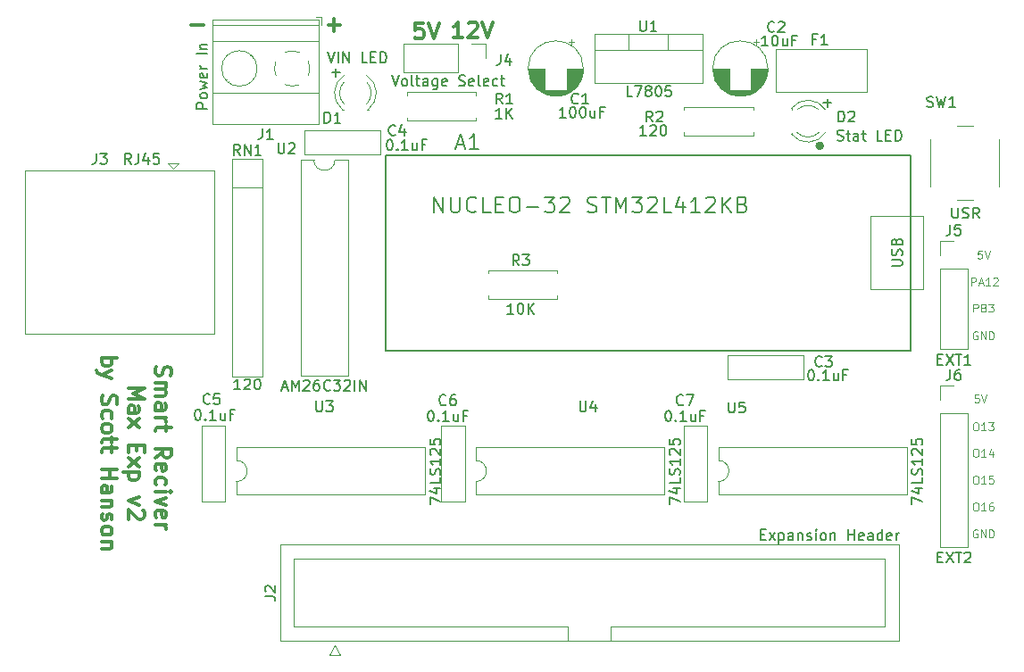
<source format=gbr>
%TF.GenerationSoftware,KiCad,Pcbnew,(5.1.9)-1*%
%TF.CreationDate,2021-02-01T21:30:57-05:00*%
%TF.ProjectId,Smart_Reciever_Max,536d6172-745f-4526-9563-69657665725f,v2*%
%TF.SameCoordinates,Original*%
%TF.FileFunction,Legend,Top*%
%TF.FilePolarity,Positive*%
%FSLAX46Y46*%
G04 Gerber Fmt 4.6, Leading zero omitted, Abs format (unit mm)*
G04 Created by KiCad (PCBNEW (5.1.9)-1) date 2021-02-01 21:30:57*
%MOMM*%
%LPD*%
G01*
G04 APERTURE LIST*
%ADD10C,0.150000*%
%ADD11C,0.100000*%
%ADD12C,0.300000*%
%ADD13C,0.120000*%
%ADD14C,0.127000*%
%ADD15C,0.400000*%
%ADD16C,0.200000*%
G04 APERTURE END LIST*
D10*
X140019047Y-64371428D02*
X140780952Y-64371428D01*
X140400000Y-64752380D02*
X140400000Y-63990476D01*
X186619047Y-67271428D02*
X187380952Y-67271428D01*
X187000000Y-67652380D02*
X187000000Y-66890476D01*
D11*
X201014285Y-105189285D02*
X201157142Y-105189285D01*
X201228571Y-105225000D01*
X201300000Y-105296428D01*
X201335714Y-105439285D01*
X201335714Y-105689285D01*
X201300000Y-105832142D01*
X201228571Y-105903571D01*
X201157142Y-105939285D01*
X201014285Y-105939285D01*
X200942857Y-105903571D01*
X200871428Y-105832142D01*
X200835714Y-105689285D01*
X200835714Y-105439285D01*
X200871428Y-105296428D01*
X200942857Y-105225000D01*
X201014285Y-105189285D01*
X202050000Y-105939285D02*
X201621428Y-105939285D01*
X201835714Y-105939285D02*
X201835714Y-105189285D01*
X201764285Y-105296428D01*
X201692857Y-105367857D01*
X201621428Y-105403571D01*
X202692857Y-105189285D02*
X202550000Y-105189285D01*
X202478571Y-105225000D01*
X202442857Y-105260714D01*
X202371428Y-105367857D01*
X202335714Y-105510714D01*
X202335714Y-105796428D01*
X202371428Y-105867857D01*
X202407142Y-105903571D01*
X202478571Y-105939285D01*
X202621428Y-105939285D01*
X202692857Y-105903571D01*
X202728571Y-105867857D01*
X202764285Y-105796428D01*
X202764285Y-105617857D01*
X202728571Y-105546428D01*
X202692857Y-105510714D01*
X202621428Y-105475000D01*
X202478571Y-105475000D01*
X202407142Y-105510714D01*
X202371428Y-105546428D01*
X202335714Y-105617857D01*
X201014285Y-102639285D02*
X201157142Y-102639285D01*
X201228571Y-102675000D01*
X201300000Y-102746428D01*
X201335714Y-102889285D01*
X201335714Y-103139285D01*
X201300000Y-103282142D01*
X201228571Y-103353571D01*
X201157142Y-103389285D01*
X201014285Y-103389285D01*
X200942857Y-103353571D01*
X200871428Y-103282142D01*
X200835714Y-103139285D01*
X200835714Y-102889285D01*
X200871428Y-102746428D01*
X200942857Y-102675000D01*
X201014285Y-102639285D01*
X202050000Y-103389285D02*
X201621428Y-103389285D01*
X201835714Y-103389285D02*
X201835714Y-102639285D01*
X201764285Y-102746428D01*
X201692857Y-102817857D01*
X201621428Y-102853571D01*
X202728571Y-102639285D02*
X202371428Y-102639285D01*
X202335714Y-102996428D01*
X202371428Y-102960714D01*
X202442857Y-102925000D01*
X202621428Y-102925000D01*
X202692857Y-102960714D01*
X202728571Y-102996428D01*
X202764285Y-103067857D01*
X202764285Y-103246428D01*
X202728571Y-103317857D01*
X202692857Y-103353571D01*
X202621428Y-103389285D01*
X202442857Y-103389285D01*
X202371428Y-103353571D01*
X202335714Y-103317857D01*
X201014285Y-100089285D02*
X201157142Y-100089285D01*
X201228571Y-100125000D01*
X201300000Y-100196428D01*
X201335714Y-100339285D01*
X201335714Y-100589285D01*
X201300000Y-100732142D01*
X201228571Y-100803571D01*
X201157142Y-100839285D01*
X201014285Y-100839285D01*
X200942857Y-100803571D01*
X200871428Y-100732142D01*
X200835714Y-100589285D01*
X200835714Y-100339285D01*
X200871428Y-100196428D01*
X200942857Y-100125000D01*
X201014285Y-100089285D01*
X202050000Y-100839285D02*
X201621428Y-100839285D01*
X201835714Y-100839285D02*
X201835714Y-100089285D01*
X201764285Y-100196428D01*
X201692857Y-100267857D01*
X201621428Y-100303571D01*
X202692857Y-100339285D02*
X202692857Y-100839285D01*
X202514285Y-100053571D02*
X202335714Y-100589285D01*
X202800000Y-100589285D01*
X201014285Y-97589285D02*
X201157142Y-97589285D01*
X201228571Y-97625000D01*
X201300000Y-97696428D01*
X201335714Y-97839285D01*
X201335714Y-98089285D01*
X201300000Y-98232142D01*
X201228571Y-98303571D01*
X201157142Y-98339285D01*
X201014285Y-98339285D01*
X200942857Y-98303571D01*
X200871428Y-98232142D01*
X200835714Y-98089285D01*
X200835714Y-97839285D01*
X200871428Y-97696428D01*
X200942857Y-97625000D01*
X201014285Y-97589285D01*
X202050000Y-98339285D02*
X201621428Y-98339285D01*
X201835714Y-98339285D02*
X201835714Y-97589285D01*
X201764285Y-97696428D01*
X201692857Y-97767857D01*
X201621428Y-97803571D01*
X202300000Y-97589285D02*
X202764285Y-97589285D01*
X202514285Y-97875000D01*
X202621428Y-97875000D01*
X202692857Y-97910714D01*
X202728571Y-97946428D01*
X202764285Y-98017857D01*
X202764285Y-98196428D01*
X202728571Y-98267857D01*
X202692857Y-98303571D01*
X202621428Y-98339285D01*
X202407142Y-98339285D01*
X202335714Y-98303571D01*
X202300000Y-98267857D01*
X201228571Y-107775000D02*
X201157142Y-107739285D01*
X201050000Y-107739285D01*
X200942857Y-107775000D01*
X200871428Y-107846428D01*
X200835714Y-107917857D01*
X200800000Y-108060714D01*
X200800000Y-108167857D01*
X200835714Y-108310714D01*
X200871428Y-108382142D01*
X200942857Y-108453571D01*
X201050000Y-108489285D01*
X201121428Y-108489285D01*
X201228571Y-108453571D01*
X201264285Y-108417857D01*
X201264285Y-108167857D01*
X201121428Y-108167857D01*
X201585714Y-108489285D02*
X201585714Y-107739285D01*
X202014285Y-108489285D01*
X202014285Y-107739285D01*
X202371428Y-108489285D02*
X202371428Y-107739285D01*
X202550000Y-107739285D01*
X202657142Y-107775000D01*
X202728571Y-107846428D01*
X202764285Y-107917857D01*
X202800000Y-108060714D01*
X202800000Y-108167857D01*
X202764285Y-108310714D01*
X202728571Y-108382142D01*
X202657142Y-108453571D01*
X202550000Y-108489285D01*
X202371428Y-108489285D01*
X201357142Y-94939285D02*
X201000000Y-94939285D01*
X200964285Y-95296428D01*
X201000000Y-95260714D01*
X201071428Y-95225000D01*
X201250000Y-95225000D01*
X201321428Y-95260714D01*
X201357142Y-95296428D01*
X201392857Y-95367857D01*
X201392857Y-95546428D01*
X201357142Y-95617857D01*
X201321428Y-95653571D01*
X201250000Y-95689285D01*
X201071428Y-95689285D01*
X201000000Y-95653571D01*
X200964285Y-95617857D01*
X201607142Y-94939285D02*
X201857142Y-95689285D01*
X202107142Y-94939285D01*
X201657142Y-81289285D02*
X201300000Y-81289285D01*
X201264285Y-81646428D01*
X201300000Y-81610714D01*
X201371428Y-81575000D01*
X201550000Y-81575000D01*
X201621428Y-81610714D01*
X201657142Y-81646428D01*
X201692857Y-81717857D01*
X201692857Y-81896428D01*
X201657142Y-81967857D01*
X201621428Y-82003571D01*
X201550000Y-82039285D01*
X201371428Y-82039285D01*
X201300000Y-82003571D01*
X201264285Y-81967857D01*
X201907142Y-81289285D02*
X202157142Y-82039285D01*
X202407142Y-81289285D01*
X201228571Y-88975000D02*
X201157142Y-88939285D01*
X201050000Y-88939285D01*
X200942857Y-88975000D01*
X200871428Y-89046428D01*
X200835714Y-89117857D01*
X200800000Y-89260714D01*
X200800000Y-89367857D01*
X200835714Y-89510714D01*
X200871428Y-89582142D01*
X200942857Y-89653571D01*
X201050000Y-89689285D01*
X201121428Y-89689285D01*
X201228571Y-89653571D01*
X201264285Y-89617857D01*
X201264285Y-89367857D01*
X201121428Y-89367857D01*
X201585714Y-89689285D02*
X201585714Y-88939285D01*
X202014285Y-89689285D01*
X202014285Y-88939285D01*
X202371428Y-89689285D02*
X202371428Y-88939285D01*
X202550000Y-88939285D01*
X202657142Y-88975000D01*
X202728571Y-89046428D01*
X202764285Y-89117857D01*
X202800000Y-89260714D01*
X202800000Y-89367857D01*
X202764285Y-89510714D01*
X202728571Y-89582142D01*
X202657142Y-89653571D01*
X202550000Y-89689285D01*
X202371428Y-89689285D01*
X200871428Y-87089285D02*
X200871428Y-86339285D01*
X201157142Y-86339285D01*
X201228571Y-86375000D01*
X201264285Y-86410714D01*
X201300000Y-86482142D01*
X201300000Y-86589285D01*
X201264285Y-86660714D01*
X201228571Y-86696428D01*
X201157142Y-86732142D01*
X200871428Y-86732142D01*
X201871428Y-86696428D02*
X201978571Y-86732142D01*
X202014285Y-86767857D01*
X202050000Y-86839285D01*
X202050000Y-86946428D01*
X202014285Y-87017857D01*
X201978571Y-87053571D01*
X201907142Y-87089285D01*
X201621428Y-87089285D01*
X201621428Y-86339285D01*
X201871428Y-86339285D01*
X201942857Y-86375000D01*
X201978571Y-86410714D01*
X202014285Y-86482142D01*
X202014285Y-86553571D01*
X201978571Y-86625000D01*
X201942857Y-86660714D01*
X201871428Y-86696428D01*
X201621428Y-86696428D01*
X202300000Y-86339285D02*
X202764285Y-86339285D01*
X202514285Y-86625000D01*
X202621428Y-86625000D01*
X202692857Y-86660714D01*
X202728571Y-86696428D01*
X202764285Y-86767857D01*
X202764285Y-86946428D01*
X202728571Y-87017857D01*
X202692857Y-87053571D01*
X202621428Y-87089285D01*
X202407142Y-87089285D01*
X202335714Y-87053571D01*
X202300000Y-87017857D01*
X200667857Y-84589285D02*
X200667857Y-83839285D01*
X200953571Y-83839285D01*
X201025000Y-83875000D01*
X201060714Y-83910714D01*
X201096428Y-83982142D01*
X201096428Y-84089285D01*
X201060714Y-84160714D01*
X201025000Y-84196428D01*
X200953571Y-84232142D01*
X200667857Y-84232142D01*
X201382142Y-84375000D02*
X201739285Y-84375000D01*
X201310714Y-84589285D02*
X201560714Y-83839285D01*
X201810714Y-84589285D01*
X202453571Y-84589285D02*
X202025000Y-84589285D01*
X202239285Y-84589285D02*
X202239285Y-83839285D01*
X202167857Y-83946428D01*
X202096428Y-84017857D01*
X202025000Y-84053571D01*
X202739285Y-83910714D02*
X202775000Y-83875000D01*
X202846428Y-83839285D01*
X203025000Y-83839285D01*
X203096428Y-83875000D01*
X203132142Y-83910714D01*
X203167857Y-83982142D01*
X203167857Y-84053571D01*
X203132142Y-84160714D01*
X202703571Y-84589285D01*
X203167857Y-84589285D01*
D12*
X123342857Y-92285714D02*
X123271428Y-92500000D01*
X123271428Y-92857142D01*
X123342857Y-93000000D01*
X123414285Y-93071428D01*
X123557142Y-93142857D01*
X123700000Y-93142857D01*
X123842857Y-93071428D01*
X123914285Y-93000000D01*
X123985714Y-92857142D01*
X124057142Y-92571428D01*
X124128571Y-92428571D01*
X124200000Y-92357142D01*
X124342857Y-92285714D01*
X124485714Y-92285714D01*
X124628571Y-92357142D01*
X124700000Y-92428571D01*
X124771428Y-92571428D01*
X124771428Y-92928571D01*
X124700000Y-93142857D01*
X123271428Y-93785714D02*
X124271428Y-93785714D01*
X124128571Y-93785714D02*
X124200000Y-93857142D01*
X124271428Y-94000000D01*
X124271428Y-94214285D01*
X124200000Y-94357142D01*
X124057142Y-94428571D01*
X123271428Y-94428571D01*
X124057142Y-94428571D02*
X124200000Y-94500000D01*
X124271428Y-94642857D01*
X124271428Y-94857142D01*
X124200000Y-95000000D01*
X124057142Y-95071428D01*
X123271428Y-95071428D01*
X123271428Y-96428571D02*
X124057142Y-96428571D01*
X124200000Y-96357142D01*
X124271428Y-96214285D01*
X124271428Y-95928571D01*
X124200000Y-95785714D01*
X123342857Y-96428571D02*
X123271428Y-96285714D01*
X123271428Y-95928571D01*
X123342857Y-95785714D01*
X123485714Y-95714285D01*
X123628571Y-95714285D01*
X123771428Y-95785714D01*
X123842857Y-95928571D01*
X123842857Y-96285714D01*
X123914285Y-96428571D01*
X123271428Y-97142857D02*
X124271428Y-97142857D01*
X123985714Y-97142857D02*
X124128571Y-97214285D01*
X124200000Y-97285714D01*
X124271428Y-97428571D01*
X124271428Y-97571428D01*
X124271428Y-97857142D02*
X124271428Y-98428571D01*
X124771428Y-98071428D02*
X123485714Y-98071428D01*
X123342857Y-98142857D01*
X123271428Y-98285714D01*
X123271428Y-98428571D01*
X123271428Y-100928571D02*
X123985714Y-100428571D01*
X123271428Y-100071428D02*
X124771428Y-100071428D01*
X124771428Y-100642857D01*
X124700000Y-100785714D01*
X124628571Y-100857142D01*
X124485714Y-100928571D01*
X124271428Y-100928571D01*
X124128571Y-100857142D01*
X124057142Y-100785714D01*
X123985714Y-100642857D01*
X123985714Y-100071428D01*
X123342857Y-102142857D02*
X123271428Y-102000000D01*
X123271428Y-101714285D01*
X123342857Y-101571428D01*
X123485714Y-101500000D01*
X124057142Y-101500000D01*
X124200000Y-101571428D01*
X124271428Y-101714285D01*
X124271428Y-102000000D01*
X124200000Y-102142857D01*
X124057142Y-102214285D01*
X123914285Y-102214285D01*
X123771428Y-101500000D01*
X123342857Y-103500000D02*
X123271428Y-103357142D01*
X123271428Y-103071428D01*
X123342857Y-102928571D01*
X123414285Y-102857142D01*
X123557142Y-102785714D01*
X123985714Y-102785714D01*
X124128571Y-102857142D01*
X124200000Y-102928571D01*
X124271428Y-103071428D01*
X124271428Y-103357142D01*
X124200000Y-103500000D01*
X123271428Y-104142857D02*
X124271428Y-104142857D01*
X124771428Y-104142857D02*
X124700000Y-104071428D01*
X124628571Y-104142857D01*
X124700000Y-104214285D01*
X124771428Y-104142857D01*
X124628571Y-104142857D01*
X124271428Y-104714285D02*
X123271428Y-105071428D01*
X124271428Y-105428571D01*
X123342857Y-106571428D02*
X123271428Y-106428571D01*
X123271428Y-106142857D01*
X123342857Y-106000000D01*
X123485714Y-105928571D01*
X124057142Y-105928571D01*
X124200000Y-106000000D01*
X124271428Y-106142857D01*
X124271428Y-106428571D01*
X124200000Y-106571428D01*
X124057142Y-106642857D01*
X123914285Y-106642857D01*
X123771428Y-105928571D01*
X123271428Y-107285714D02*
X124271428Y-107285714D01*
X123985714Y-107285714D02*
X124128571Y-107357142D01*
X124200000Y-107428571D01*
X124271428Y-107571428D01*
X124271428Y-107714285D01*
X120721428Y-94321428D02*
X122221428Y-94321428D01*
X121150000Y-94821428D01*
X122221428Y-95321428D01*
X120721428Y-95321428D01*
X120721428Y-96678571D02*
X121507142Y-96678571D01*
X121650000Y-96607142D01*
X121721428Y-96464285D01*
X121721428Y-96178571D01*
X121650000Y-96035714D01*
X120792857Y-96678571D02*
X120721428Y-96535714D01*
X120721428Y-96178571D01*
X120792857Y-96035714D01*
X120935714Y-95964285D01*
X121078571Y-95964285D01*
X121221428Y-96035714D01*
X121292857Y-96178571D01*
X121292857Y-96535714D01*
X121364285Y-96678571D01*
X120721428Y-97250000D02*
X121721428Y-98035714D01*
X121721428Y-97250000D02*
X120721428Y-98035714D01*
X121507142Y-99750000D02*
X121507142Y-100250000D01*
X120721428Y-100464285D02*
X120721428Y-99750000D01*
X122221428Y-99750000D01*
X122221428Y-100464285D01*
X120721428Y-100964285D02*
X121721428Y-101750000D01*
X121721428Y-100964285D02*
X120721428Y-101750000D01*
X121721428Y-102321428D02*
X120221428Y-102321428D01*
X121650000Y-102321428D02*
X121721428Y-102464285D01*
X121721428Y-102750000D01*
X121650000Y-102892857D01*
X121578571Y-102964285D01*
X121435714Y-103035714D01*
X121007142Y-103035714D01*
X120864285Y-102964285D01*
X120792857Y-102892857D01*
X120721428Y-102750000D01*
X120721428Y-102464285D01*
X120792857Y-102321428D01*
X121721428Y-104678571D02*
X120721428Y-105035714D01*
X121721428Y-105392857D01*
X122078571Y-105892857D02*
X122150000Y-105964285D01*
X122221428Y-106107142D01*
X122221428Y-106464285D01*
X122150000Y-106607142D01*
X122078571Y-106678571D01*
X121935714Y-106750000D01*
X121792857Y-106750000D01*
X121578571Y-106678571D01*
X120721428Y-105821428D01*
X120721428Y-106750000D01*
X118171428Y-91464285D02*
X119671428Y-91464285D01*
X119100000Y-91464285D02*
X119171428Y-91607142D01*
X119171428Y-91892857D01*
X119100000Y-92035714D01*
X119028571Y-92107142D01*
X118885714Y-92178571D01*
X118457142Y-92178571D01*
X118314285Y-92107142D01*
X118242857Y-92035714D01*
X118171428Y-91892857D01*
X118171428Y-91607142D01*
X118242857Y-91464285D01*
X119171428Y-92678571D02*
X118171428Y-93035714D01*
X119171428Y-93392857D02*
X118171428Y-93035714D01*
X117814285Y-92892857D01*
X117742857Y-92821428D01*
X117671428Y-92678571D01*
X118242857Y-95035714D02*
X118171428Y-95250000D01*
X118171428Y-95607142D01*
X118242857Y-95750000D01*
X118314285Y-95821428D01*
X118457142Y-95892857D01*
X118600000Y-95892857D01*
X118742857Y-95821428D01*
X118814285Y-95750000D01*
X118885714Y-95607142D01*
X118957142Y-95321428D01*
X119028571Y-95178571D01*
X119100000Y-95107142D01*
X119242857Y-95035714D01*
X119385714Y-95035714D01*
X119528571Y-95107142D01*
X119600000Y-95178571D01*
X119671428Y-95321428D01*
X119671428Y-95678571D01*
X119600000Y-95892857D01*
X118242857Y-97178571D02*
X118171428Y-97035714D01*
X118171428Y-96750000D01*
X118242857Y-96607142D01*
X118314285Y-96535714D01*
X118457142Y-96464285D01*
X118885714Y-96464285D01*
X119028571Y-96535714D01*
X119100000Y-96607142D01*
X119171428Y-96750000D01*
X119171428Y-97035714D01*
X119100000Y-97178571D01*
X118171428Y-98035714D02*
X118242857Y-97892857D01*
X118314285Y-97821428D01*
X118457142Y-97750000D01*
X118885714Y-97750000D01*
X119028571Y-97821428D01*
X119100000Y-97892857D01*
X119171428Y-98035714D01*
X119171428Y-98250000D01*
X119100000Y-98392857D01*
X119028571Y-98464285D01*
X118885714Y-98535714D01*
X118457142Y-98535714D01*
X118314285Y-98464285D01*
X118242857Y-98392857D01*
X118171428Y-98250000D01*
X118171428Y-98035714D01*
X119171428Y-98964285D02*
X119171428Y-99535714D01*
X119671428Y-99178571D02*
X118385714Y-99178571D01*
X118242857Y-99250000D01*
X118171428Y-99392857D01*
X118171428Y-99535714D01*
X119171428Y-99821428D02*
X119171428Y-100392857D01*
X119671428Y-100035714D02*
X118385714Y-100035714D01*
X118242857Y-100107142D01*
X118171428Y-100250000D01*
X118171428Y-100392857D01*
X118171428Y-102035714D02*
X119671428Y-102035714D01*
X118957142Y-102035714D02*
X118957142Y-102892857D01*
X118171428Y-102892857D02*
X119671428Y-102892857D01*
X118171428Y-104250000D02*
X118957142Y-104250000D01*
X119100000Y-104178571D01*
X119171428Y-104035714D01*
X119171428Y-103750000D01*
X119100000Y-103607142D01*
X118242857Y-104250000D02*
X118171428Y-104107142D01*
X118171428Y-103750000D01*
X118242857Y-103607142D01*
X118385714Y-103535714D01*
X118528571Y-103535714D01*
X118671428Y-103607142D01*
X118742857Y-103750000D01*
X118742857Y-104107142D01*
X118814285Y-104250000D01*
X119171428Y-104964285D02*
X118171428Y-104964285D01*
X119028571Y-104964285D02*
X119100000Y-105035714D01*
X119171428Y-105178571D01*
X119171428Y-105392857D01*
X119100000Y-105535714D01*
X118957142Y-105607142D01*
X118171428Y-105607142D01*
X118242857Y-106249999D02*
X118171428Y-106392857D01*
X118171428Y-106678571D01*
X118242857Y-106821428D01*
X118385714Y-106892857D01*
X118457142Y-106892857D01*
X118600000Y-106821428D01*
X118671428Y-106678571D01*
X118671428Y-106464285D01*
X118742857Y-106321428D01*
X118885714Y-106249999D01*
X118957142Y-106249999D01*
X119100000Y-106321428D01*
X119171428Y-106464285D01*
X119171428Y-106678571D01*
X119100000Y-106821428D01*
X118171428Y-107749999D02*
X118242857Y-107607142D01*
X118314285Y-107535714D01*
X118457142Y-107464285D01*
X118885714Y-107464285D01*
X119028571Y-107535714D01*
X119100000Y-107607142D01*
X119171428Y-107749999D01*
X119171428Y-107964285D01*
X119100000Y-108107142D01*
X119028571Y-108178571D01*
X118885714Y-108250000D01*
X118457142Y-108250000D01*
X118314285Y-108178571D01*
X118242857Y-108107142D01*
X118171428Y-107964285D01*
X118171428Y-107749999D01*
X119171428Y-108892857D02*
X118171428Y-108892857D01*
X119028571Y-108892857D02*
X119100000Y-108964285D01*
X119171428Y-109107142D01*
X119171428Y-109321428D01*
X119100000Y-109464285D01*
X118957142Y-109535714D01*
X118171428Y-109535714D01*
D10*
X145692857Y-64652380D02*
X146026190Y-65652380D01*
X146359523Y-64652380D01*
X146835714Y-65652380D02*
X146740476Y-65604761D01*
X146692857Y-65557142D01*
X146645238Y-65461904D01*
X146645238Y-65176190D01*
X146692857Y-65080952D01*
X146740476Y-65033333D01*
X146835714Y-64985714D01*
X146978571Y-64985714D01*
X147073809Y-65033333D01*
X147121428Y-65080952D01*
X147169047Y-65176190D01*
X147169047Y-65461904D01*
X147121428Y-65557142D01*
X147073809Y-65604761D01*
X146978571Y-65652380D01*
X146835714Y-65652380D01*
X147740476Y-65652380D02*
X147645238Y-65604761D01*
X147597619Y-65509523D01*
X147597619Y-64652380D01*
X147978571Y-64985714D02*
X148359523Y-64985714D01*
X148121428Y-64652380D02*
X148121428Y-65509523D01*
X148169047Y-65604761D01*
X148264285Y-65652380D01*
X148359523Y-65652380D01*
X149121428Y-65652380D02*
X149121428Y-65128571D01*
X149073809Y-65033333D01*
X148978571Y-64985714D01*
X148788095Y-64985714D01*
X148692857Y-65033333D01*
X149121428Y-65604761D02*
X149026190Y-65652380D01*
X148788095Y-65652380D01*
X148692857Y-65604761D01*
X148645238Y-65509523D01*
X148645238Y-65414285D01*
X148692857Y-65319047D01*
X148788095Y-65271428D01*
X149026190Y-65271428D01*
X149121428Y-65223809D01*
X150026190Y-64985714D02*
X150026190Y-65795238D01*
X149978571Y-65890476D01*
X149930952Y-65938095D01*
X149835714Y-65985714D01*
X149692857Y-65985714D01*
X149597619Y-65938095D01*
X150026190Y-65604761D02*
X149930952Y-65652380D01*
X149740476Y-65652380D01*
X149645238Y-65604761D01*
X149597619Y-65557142D01*
X149550000Y-65461904D01*
X149550000Y-65176190D01*
X149597619Y-65080952D01*
X149645238Y-65033333D01*
X149740476Y-64985714D01*
X149930952Y-64985714D01*
X150026190Y-65033333D01*
X150883333Y-65604761D02*
X150788095Y-65652380D01*
X150597619Y-65652380D01*
X150502380Y-65604761D01*
X150454761Y-65509523D01*
X150454761Y-65128571D01*
X150502380Y-65033333D01*
X150597619Y-64985714D01*
X150788095Y-64985714D01*
X150883333Y-65033333D01*
X150930952Y-65128571D01*
X150930952Y-65223809D01*
X150454761Y-65319047D01*
X152073809Y-65604761D02*
X152216666Y-65652380D01*
X152454761Y-65652380D01*
X152550000Y-65604761D01*
X152597619Y-65557142D01*
X152645238Y-65461904D01*
X152645238Y-65366666D01*
X152597619Y-65271428D01*
X152550000Y-65223809D01*
X152454761Y-65176190D01*
X152264285Y-65128571D01*
X152169047Y-65080952D01*
X152121428Y-65033333D01*
X152073809Y-64938095D01*
X152073809Y-64842857D01*
X152121428Y-64747619D01*
X152169047Y-64700000D01*
X152264285Y-64652380D01*
X152502380Y-64652380D01*
X152645238Y-64700000D01*
X153454761Y-65604761D02*
X153359523Y-65652380D01*
X153169047Y-65652380D01*
X153073809Y-65604761D01*
X153026190Y-65509523D01*
X153026190Y-65128571D01*
X153073809Y-65033333D01*
X153169047Y-64985714D01*
X153359523Y-64985714D01*
X153454761Y-65033333D01*
X153502380Y-65128571D01*
X153502380Y-65223809D01*
X153026190Y-65319047D01*
X154073809Y-65652380D02*
X153978571Y-65604761D01*
X153930952Y-65509523D01*
X153930952Y-64652380D01*
X154835714Y-65604761D02*
X154740476Y-65652380D01*
X154550000Y-65652380D01*
X154454761Y-65604761D01*
X154407142Y-65509523D01*
X154407142Y-65128571D01*
X154454761Y-65033333D01*
X154550000Y-64985714D01*
X154740476Y-64985714D01*
X154835714Y-65033333D01*
X154883333Y-65128571D01*
X154883333Y-65223809D01*
X154407142Y-65319047D01*
X155740476Y-65604761D02*
X155645238Y-65652380D01*
X155454761Y-65652380D01*
X155359523Y-65604761D01*
X155311904Y-65557142D01*
X155264285Y-65461904D01*
X155264285Y-65176190D01*
X155311904Y-65080952D01*
X155359523Y-65033333D01*
X155454761Y-64985714D01*
X155645238Y-64985714D01*
X155740476Y-65033333D01*
X156026190Y-64985714D02*
X156407142Y-64985714D01*
X156169047Y-64652380D02*
X156169047Y-65509523D01*
X156216666Y-65604761D01*
X156311904Y-65652380D01*
X156407142Y-65652380D01*
D12*
X152421428Y-61078571D02*
X151564285Y-61078571D01*
X151992857Y-61078571D02*
X151992857Y-59578571D01*
X151850000Y-59792857D01*
X151707142Y-59935714D01*
X151564285Y-60007142D01*
X152992857Y-59721428D02*
X153064285Y-59650000D01*
X153207142Y-59578571D01*
X153564285Y-59578571D01*
X153707142Y-59650000D01*
X153778571Y-59721428D01*
X153850000Y-59864285D01*
X153850000Y-60007142D01*
X153778571Y-60221428D01*
X152921428Y-61078571D01*
X153850000Y-61078571D01*
X154278571Y-59578571D02*
X154778571Y-61078571D01*
X155278571Y-59578571D01*
X148664285Y-59678571D02*
X147950000Y-59678571D01*
X147878571Y-60392857D01*
X147950000Y-60321428D01*
X148092857Y-60250000D01*
X148450000Y-60250000D01*
X148592857Y-60321428D01*
X148664285Y-60392857D01*
X148735714Y-60535714D01*
X148735714Y-60892857D01*
X148664285Y-61035714D01*
X148592857Y-61107142D01*
X148450000Y-61178571D01*
X148092857Y-61178571D01*
X147950000Y-61107142D01*
X147878571Y-61035714D01*
X149164285Y-59678571D02*
X149664285Y-61178571D01*
X150164285Y-59678571D01*
X139678571Y-59857142D02*
X140821428Y-59857142D01*
X140250000Y-60428571D02*
X140250000Y-59285714D01*
X126678571Y-59857142D02*
X127821428Y-59857142D01*
D13*
%TO.C,J6*%
X197670000Y-94070000D02*
X199000000Y-94070000D01*
X197670000Y-95400000D02*
X197670000Y-94070000D01*
X197670000Y-96670000D02*
X200330000Y-96670000D01*
X200330000Y-96670000D02*
X200330000Y-109430000D01*
X197670000Y-96670000D02*
X197670000Y-109430000D01*
X197670000Y-109430000D02*
X200330000Y-109430000D01*
D14*
%TO.C,A1*%
X145133000Y-72230000D02*
X194890600Y-72230000D01*
X194890600Y-72230000D02*
X194890600Y-90770000D01*
X194890600Y-90770000D02*
X145133000Y-90770000D01*
X145133000Y-90770000D02*
X145133000Y-72230000D01*
D15*
X186480000Y-71340000D02*
G75*
G03*
X186480000Y-71340000I-200000J0D01*
G01*
D13*
X191106600Y-84974600D02*
X196106600Y-84974600D01*
X196106600Y-84974600D02*
X196106600Y-77974600D01*
X196106600Y-77974600D02*
X191106600Y-77974600D01*
X191106600Y-84974600D02*
X191106600Y-77974600D01*
%TO.C,R3*%
X154820000Y-83120000D02*
X154820000Y-83450000D01*
X161360000Y-83120000D02*
X154820000Y-83120000D01*
X161360000Y-83450000D02*
X161360000Y-83120000D01*
X154820000Y-85860000D02*
X154820000Y-85530000D01*
X161360000Y-85860000D02*
X154820000Y-85860000D01*
X161360000Y-85530000D02*
X161360000Y-85860000D01*
%TO.C,J1*%
X139050000Y-59100000D02*
X138550000Y-59100000D01*
X139050000Y-59840000D02*
X139050000Y-59100000D01*
X132477000Y-62977000D02*
X132524000Y-62931000D01*
X130180000Y-65275000D02*
X130215000Y-65239000D01*
X132284000Y-62761000D02*
X132319000Y-62726000D01*
X129975000Y-65069000D02*
X130022000Y-65023000D01*
X128690000Y-69261000D02*
X128690000Y-59340000D01*
X138810000Y-69261000D02*
X138810000Y-59340000D01*
X138810000Y-59340000D02*
X128690000Y-59340000D01*
X138810000Y-69261000D02*
X128690000Y-69261000D01*
X138810000Y-66301000D02*
X128690000Y-66301000D01*
X138810000Y-61400000D02*
X128690000Y-61400000D01*
X138810000Y-59900000D02*
X128690000Y-59900000D01*
X132930000Y-64000000D02*
G75*
G03*
X132930000Y-64000000I-1680000J0D01*
G01*
X136221195Y-62319747D02*
G75*
G02*
X136934000Y-62465000I28805J-1680253D01*
G01*
X137785426Y-63316958D02*
G75*
G02*
X137785000Y-64684000I-1535426J-683042D01*
G01*
X136933042Y-65535426D02*
G75*
G02*
X135566000Y-65535000I-683042J1535426D01*
G01*
X134714574Y-64683042D02*
G75*
G02*
X134715000Y-63316000I1535426J683042D01*
G01*
X135566682Y-62465244D02*
G75*
G02*
X136250000Y-62320000I683318J-1534756D01*
G01*
%TO.C,SW1*%
X200800000Y-69450000D02*
X199300000Y-69450000D01*
X196800000Y-70700000D02*
X196800000Y-75200000D01*
X199300000Y-76450000D02*
X200800000Y-76450000D01*
X203300000Y-75200000D02*
X203300000Y-70700000D01*
%TO.C,J5*%
X197670000Y-80370000D02*
X199000000Y-80370000D01*
X197670000Y-81700000D02*
X197670000Y-80370000D01*
X197670000Y-82970000D02*
X200330000Y-82970000D01*
X200330000Y-82970000D02*
X200330000Y-90650000D01*
X197670000Y-82970000D02*
X197670000Y-90650000D01*
X197670000Y-90650000D02*
X200330000Y-90650000D01*
%TO.C,J2*%
X140800000Y-119680000D02*
X140300000Y-118680000D01*
X139800000Y-119680000D02*
X140800000Y-119680000D01*
X140300000Y-118680000D02*
X139800000Y-119680000D01*
X166480000Y-116980000D02*
X166480000Y-118290000D01*
X166480000Y-116980000D02*
X166480000Y-116980000D01*
X192470000Y-116980000D02*
X166480000Y-116980000D01*
X192470000Y-110480000D02*
X192470000Y-116980000D01*
X136390000Y-110480000D02*
X192470000Y-110480000D01*
X136390000Y-116980000D02*
X136390000Y-110480000D01*
X162380000Y-116980000D02*
X136390000Y-116980000D01*
X162380000Y-118290000D02*
X162380000Y-116980000D01*
X193770000Y-118290000D02*
X135090000Y-118290000D01*
X193770000Y-109170000D02*
X193770000Y-118290000D01*
X135090000Y-109170000D02*
X193770000Y-109170000D01*
X135090000Y-118290000D02*
X135090000Y-109170000D01*
%TO.C,C7*%
X175620000Y-97880000D02*
X175620000Y-105120000D01*
X173380000Y-97880000D02*
X173380000Y-105120000D01*
X175620000Y-97880000D02*
X173380000Y-97880000D01*
X175620000Y-105120000D02*
X173380000Y-105120000D01*
%TO.C,C3*%
X177530000Y-91220000D02*
X184770000Y-91220000D01*
X177530000Y-93460000D02*
X184770000Y-93460000D01*
X177530000Y-91220000D02*
X177530000Y-93460000D01*
X184770000Y-91220000D02*
X184770000Y-93460000D01*
%TO.C,U5*%
X176670000Y-103190000D02*
X176670000Y-104440000D01*
X176670000Y-104440000D02*
X194570000Y-104440000D01*
X194570000Y-104440000D02*
X194570000Y-99940000D01*
X194570000Y-99940000D02*
X176670000Y-99940000D01*
X176670000Y-99940000D02*
X176670000Y-101190000D01*
X176670000Y-101190000D02*
G75*
G02*
X176670000Y-103190000I0J-1000000D01*
G01*
%TO.C,U4*%
X153670000Y-103190000D02*
X153670000Y-104440000D01*
X153670000Y-104440000D02*
X171570000Y-104440000D01*
X171570000Y-104440000D02*
X171570000Y-99940000D01*
X171570000Y-99940000D02*
X153670000Y-99940000D01*
X153670000Y-99940000D02*
X153670000Y-101190000D01*
X153670000Y-101190000D02*
G75*
G02*
X153670000Y-103190000I0J-1000000D01*
G01*
%TO.C,U3*%
X130970000Y-103190000D02*
X130970000Y-104440000D01*
X130970000Y-104440000D02*
X148870000Y-104440000D01*
X148870000Y-104440000D02*
X148870000Y-99940000D01*
X148870000Y-99940000D02*
X130970000Y-99940000D01*
X130970000Y-99940000D02*
X130970000Y-101190000D01*
X130970000Y-101190000D02*
G75*
G02*
X130970000Y-103190000I0J-1000000D01*
G01*
%TO.C,U2*%
X138310000Y-72670000D02*
X137060000Y-72670000D01*
X137060000Y-72670000D02*
X137060000Y-93110000D01*
X137060000Y-93110000D02*
X141560000Y-93110000D01*
X141560000Y-93110000D02*
X141560000Y-72670000D01*
X141560000Y-72670000D02*
X140310000Y-72670000D01*
X140310000Y-72670000D02*
G75*
G02*
X138310000Y-72670000I-1000000J0D01*
G01*
%TO.C,RN1*%
X133400000Y-72560000D02*
X130600000Y-72560000D01*
X130600000Y-72560000D02*
X130600000Y-93220000D01*
X130600000Y-93220000D02*
X133400000Y-93220000D01*
X133400000Y-93220000D02*
X133400000Y-72560000D01*
X133400000Y-75270000D02*
X130600000Y-75270000D01*
%TO.C,R2*%
X173440000Y-67960000D02*
X173440000Y-67630000D01*
X173440000Y-67630000D02*
X179980000Y-67630000D01*
X179980000Y-67630000D02*
X179980000Y-67960000D01*
X173440000Y-70040000D02*
X173440000Y-70370000D01*
X173440000Y-70370000D02*
X179980000Y-70370000D01*
X179980000Y-70370000D02*
X179980000Y-70040000D01*
%TO.C,R1*%
X153710000Y-68640000D02*
X153710000Y-68970000D01*
X153710000Y-68970000D02*
X147170000Y-68970000D01*
X147170000Y-68970000D02*
X147170000Y-68640000D01*
X153710000Y-66560000D02*
X153710000Y-66230000D01*
X153710000Y-66230000D02*
X147170000Y-66230000D01*
X147170000Y-66230000D02*
X147170000Y-66560000D01*
%TO.C,F1*%
X190750000Y-62150000D02*
X182150000Y-62150000D01*
X182150000Y-66250000D02*
X182150000Y-62150000D01*
X190750000Y-66250000D02*
X190750000Y-62150000D01*
X190750000Y-66250000D02*
X182150000Y-66250000D01*
%TO.C,D2*%
X183610000Y-67764000D02*
X183610000Y-67920000D01*
X183610000Y-70080000D02*
X183610000Y-70236000D01*
X186211130Y-70079837D02*
G75*
G02*
X184129039Y-70080000I-1041130J1079837D01*
G01*
X186211130Y-67920163D02*
G75*
G03*
X184129039Y-67920000I-1041130J-1079837D01*
G01*
X186842335Y-70078608D02*
G75*
G02*
X183610000Y-70235516I-1672335J1078608D01*
G01*
X186842335Y-67921392D02*
G75*
G03*
X183610000Y-67764484I-1672335J-1078608D01*
G01*
%TO.C,D1*%
X141014000Y-67890000D02*
X141170000Y-67890000D01*
X143330000Y-67890000D02*
X143486000Y-67890000D01*
X143329837Y-65288870D02*
G75*
G02*
X143330000Y-67370961I-1079837J-1041130D01*
G01*
X141170163Y-65288870D02*
G75*
G03*
X141170000Y-67370961I1079837J-1041130D01*
G01*
X143328608Y-64657665D02*
G75*
G02*
X143485516Y-67890000I-1078608J-1672335D01*
G01*
X141171392Y-64657665D02*
G75*
G03*
X141014484Y-67890000I1078608J-1672335D01*
G01*
%TO.C,C6*%
X152620000Y-97880000D02*
X152620000Y-105120000D01*
X150380000Y-97880000D02*
X150380000Y-105120000D01*
X152620000Y-97880000D02*
X150380000Y-97880000D01*
X152620000Y-105120000D02*
X150380000Y-105120000D01*
%TO.C,C5*%
X129920000Y-97880000D02*
X129920000Y-105120000D01*
X127680000Y-97880000D02*
X127680000Y-105120000D01*
X129920000Y-97880000D02*
X127680000Y-97880000D01*
X129920000Y-105120000D02*
X127680000Y-105120000D01*
%TO.C,C4*%
X144620000Y-72120000D02*
X137380000Y-72120000D01*
X144620000Y-69880000D02*
X137380000Y-69880000D01*
X144620000Y-72120000D02*
X144620000Y-69880000D01*
X137380000Y-72120000D02*
X137380000Y-69880000D01*
%TO.C,C2*%
X181370000Y-64000000D02*
G75*
G03*
X181370000Y-64000000I-2620000J0D01*
G01*
X177710000Y-64000000D02*
X176170000Y-64000000D01*
X181330000Y-64000000D02*
X179790000Y-64000000D01*
X177710000Y-64040000D02*
X176170000Y-64040000D01*
X181330000Y-64040000D02*
X179790000Y-64040000D01*
X181329000Y-64080000D02*
X179790000Y-64080000D01*
X177710000Y-64080000D02*
X176171000Y-64080000D01*
X181328000Y-64120000D02*
X179790000Y-64120000D01*
X177710000Y-64120000D02*
X176172000Y-64120000D01*
X181326000Y-64160000D02*
X179790000Y-64160000D01*
X177710000Y-64160000D02*
X176174000Y-64160000D01*
X181323000Y-64200000D02*
X179790000Y-64200000D01*
X177710000Y-64200000D02*
X176177000Y-64200000D01*
X181319000Y-64240000D02*
X179790000Y-64240000D01*
X177710000Y-64240000D02*
X176181000Y-64240000D01*
X181315000Y-64280000D02*
X179790000Y-64280000D01*
X177710000Y-64280000D02*
X176185000Y-64280000D01*
X181311000Y-64320000D02*
X179790000Y-64320000D01*
X177710000Y-64320000D02*
X176189000Y-64320000D01*
X181306000Y-64360000D02*
X179790000Y-64360000D01*
X177710000Y-64360000D02*
X176194000Y-64360000D01*
X181300000Y-64400000D02*
X179790000Y-64400000D01*
X177710000Y-64400000D02*
X176200000Y-64400000D01*
X181293000Y-64440000D02*
X179790000Y-64440000D01*
X177710000Y-64440000D02*
X176207000Y-64440000D01*
X181286000Y-64480000D02*
X179790000Y-64480000D01*
X177710000Y-64480000D02*
X176214000Y-64480000D01*
X181278000Y-64520000D02*
X179790000Y-64520000D01*
X177710000Y-64520000D02*
X176222000Y-64520000D01*
X181270000Y-64560000D02*
X179790000Y-64560000D01*
X177710000Y-64560000D02*
X176230000Y-64560000D01*
X181261000Y-64600000D02*
X179790000Y-64600000D01*
X177710000Y-64600000D02*
X176239000Y-64600000D01*
X181251000Y-64640000D02*
X179790000Y-64640000D01*
X177710000Y-64640000D02*
X176249000Y-64640000D01*
X181241000Y-64680000D02*
X179790000Y-64680000D01*
X177710000Y-64680000D02*
X176259000Y-64680000D01*
X181230000Y-64721000D02*
X179790000Y-64721000D01*
X177710000Y-64721000D02*
X176270000Y-64721000D01*
X181218000Y-64761000D02*
X179790000Y-64761000D01*
X177710000Y-64761000D02*
X176282000Y-64761000D01*
X181205000Y-64801000D02*
X179790000Y-64801000D01*
X177710000Y-64801000D02*
X176295000Y-64801000D01*
X181192000Y-64841000D02*
X179790000Y-64841000D01*
X177710000Y-64841000D02*
X176308000Y-64841000D01*
X181178000Y-64881000D02*
X179790000Y-64881000D01*
X177710000Y-64881000D02*
X176322000Y-64881000D01*
X181164000Y-64921000D02*
X179790000Y-64921000D01*
X177710000Y-64921000D02*
X176336000Y-64921000D01*
X181148000Y-64961000D02*
X179790000Y-64961000D01*
X177710000Y-64961000D02*
X176352000Y-64961000D01*
X181132000Y-65001000D02*
X179790000Y-65001000D01*
X177710000Y-65001000D02*
X176368000Y-65001000D01*
X181115000Y-65041000D02*
X179790000Y-65041000D01*
X177710000Y-65041000D02*
X176385000Y-65041000D01*
X181098000Y-65081000D02*
X179790000Y-65081000D01*
X177710000Y-65081000D02*
X176402000Y-65081000D01*
X181079000Y-65121000D02*
X179790000Y-65121000D01*
X177710000Y-65121000D02*
X176421000Y-65121000D01*
X181060000Y-65161000D02*
X179790000Y-65161000D01*
X177710000Y-65161000D02*
X176440000Y-65161000D01*
X181040000Y-65201000D02*
X179790000Y-65201000D01*
X177710000Y-65201000D02*
X176460000Y-65201000D01*
X181018000Y-65241000D02*
X179790000Y-65241000D01*
X177710000Y-65241000D02*
X176482000Y-65241000D01*
X180997000Y-65281000D02*
X179790000Y-65281000D01*
X177710000Y-65281000D02*
X176503000Y-65281000D01*
X180974000Y-65321000D02*
X179790000Y-65321000D01*
X177710000Y-65321000D02*
X176526000Y-65321000D01*
X180950000Y-65361000D02*
X179790000Y-65361000D01*
X177710000Y-65361000D02*
X176550000Y-65361000D01*
X180925000Y-65401000D02*
X179790000Y-65401000D01*
X177710000Y-65401000D02*
X176575000Y-65401000D01*
X180899000Y-65441000D02*
X179790000Y-65441000D01*
X177710000Y-65441000D02*
X176601000Y-65441000D01*
X180872000Y-65481000D02*
X179790000Y-65481000D01*
X177710000Y-65481000D02*
X176628000Y-65481000D01*
X180845000Y-65521000D02*
X179790000Y-65521000D01*
X177710000Y-65521000D02*
X176655000Y-65521000D01*
X180815000Y-65561000D02*
X179790000Y-65561000D01*
X177710000Y-65561000D02*
X176685000Y-65561000D01*
X180785000Y-65601000D02*
X179790000Y-65601000D01*
X177710000Y-65601000D02*
X176715000Y-65601000D01*
X180754000Y-65641000D02*
X179790000Y-65641000D01*
X177710000Y-65641000D02*
X176746000Y-65641000D01*
X180721000Y-65681000D02*
X179790000Y-65681000D01*
X177710000Y-65681000D02*
X176779000Y-65681000D01*
X180687000Y-65721000D02*
X179790000Y-65721000D01*
X177710000Y-65721000D02*
X176813000Y-65721000D01*
X180651000Y-65761000D02*
X179790000Y-65761000D01*
X177710000Y-65761000D02*
X176849000Y-65761000D01*
X180614000Y-65801000D02*
X179790000Y-65801000D01*
X177710000Y-65801000D02*
X176886000Y-65801000D01*
X180576000Y-65841000D02*
X179790000Y-65841000D01*
X177710000Y-65841000D02*
X176924000Y-65841000D01*
X180535000Y-65881000D02*
X179790000Y-65881000D01*
X177710000Y-65881000D02*
X176965000Y-65881000D01*
X180493000Y-65921000D02*
X179790000Y-65921000D01*
X177710000Y-65921000D02*
X177007000Y-65921000D01*
X180449000Y-65961000D02*
X179790000Y-65961000D01*
X177710000Y-65961000D02*
X177051000Y-65961000D01*
X180403000Y-66001000D02*
X179790000Y-66001000D01*
X177710000Y-66001000D02*
X177097000Y-66001000D01*
X180355000Y-66041000D02*
X177145000Y-66041000D01*
X180304000Y-66081000D02*
X177196000Y-66081000D01*
X180250000Y-66121000D02*
X177250000Y-66121000D01*
X180193000Y-66161000D02*
X177307000Y-66161000D01*
X180133000Y-66201000D02*
X177367000Y-66201000D01*
X180069000Y-66241000D02*
X177431000Y-66241000D01*
X180001000Y-66281000D02*
X177499000Y-66281000D01*
X179928000Y-66321000D02*
X177572000Y-66321000D01*
X179848000Y-66361000D02*
X177652000Y-66361000D01*
X179761000Y-66401000D02*
X177739000Y-66401000D01*
X179665000Y-66441000D02*
X177835000Y-66441000D01*
X179555000Y-66481000D02*
X177945000Y-66481000D01*
X179427000Y-66521000D02*
X178073000Y-66521000D01*
X179268000Y-66561000D02*
X178232000Y-66561000D01*
X179034000Y-66601000D02*
X178466000Y-66601000D01*
X180225000Y-61195225D02*
X180225000Y-61695225D01*
X180475000Y-61445225D02*
X179975000Y-61445225D01*
%TO.C,C1*%
X163870000Y-64000000D02*
G75*
G03*
X163870000Y-64000000I-2620000J0D01*
G01*
X160210000Y-64000000D02*
X158670000Y-64000000D01*
X163830000Y-64000000D02*
X162290000Y-64000000D01*
X160210000Y-64040000D02*
X158670000Y-64040000D01*
X163830000Y-64040000D02*
X162290000Y-64040000D01*
X163829000Y-64080000D02*
X162290000Y-64080000D01*
X160210000Y-64080000D02*
X158671000Y-64080000D01*
X163828000Y-64120000D02*
X162290000Y-64120000D01*
X160210000Y-64120000D02*
X158672000Y-64120000D01*
X163826000Y-64160000D02*
X162290000Y-64160000D01*
X160210000Y-64160000D02*
X158674000Y-64160000D01*
X163823000Y-64200000D02*
X162290000Y-64200000D01*
X160210000Y-64200000D02*
X158677000Y-64200000D01*
X163819000Y-64240000D02*
X162290000Y-64240000D01*
X160210000Y-64240000D02*
X158681000Y-64240000D01*
X163815000Y-64280000D02*
X162290000Y-64280000D01*
X160210000Y-64280000D02*
X158685000Y-64280000D01*
X163811000Y-64320000D02*
X162290000Y-64320000D01*
X160210000Y-64320000D02*
X158689000Y-64320000D01*
X163806000Y-64360000D02*
X162290000Y-64360000D01*
X160210000Y-64360000D02*
X158694000Y-64360000D01*
X163800000Y-64400000D02*
X162290000Y-64400000D01*
X160210000Y-64400000D02*
X158700000Y-64400000D01*
X163793000Y-64440000D02*
X162290000Y-64440000D01*
X160210000Y-64440000D02*
X158707000Y-64440000D01*
X163786000Y-64480000D02*
X162290000Y-64480000D01*
X160210000Y-64480000D02*
X158714000Y-64480000D01*
X163778000Y-64520000D02*
X162290000Y-64520000D01*
X160210000Y-64520000D02*
X158722000Y-64520000D01*
X163770000Y-64560000D02*
X162290000Y-64560000D01*
X160210000Y-64560000D02*
X158730000Y-64560000D01*
X163761000Y-64600000D02*
X162290000Y-64600000D01*
X160210000Y-64600000D02*
X158739000Y-64600000D01*
X163751000Y-64640000D02*
X162290000Y-64640000D01*
X160210000Y-64640000D02*
X158749000Y-64640000D01*
X163741000Y-64680000D02*
X162290000Y-64680000D01*
X160210000Y-64680000D02*
X158759000Y-64680000D01*
X163730000Y-64721000D02*
X162290000Y-64721000D01*
X160210000Y-64721000D02*
X158770000Y-64721000D01*
X163718000Y-64761000D02*
X162290000Y-64761000D01*
X160210000Y-64761000D02*
X158782000Y-64761000D01*
X163705000Y-64801000D02*
X162290000Y-64801000D01*
X160210000Y-64801000D02*
X158795000Y-64801000D01*
X163692000Y-64841000D02*
X162290000Y-64841000D01*
X160210000Y-64841000D02*
X158808000Y-64841000D01*
X163678000Y-64881000D02*
X162290000Y-64881000D01*
X160210000Y-64881000D02*
X158822000Y-64881000D01*
X163664000Y-64921000D02*
X162290000Y-64921000D01*
X160210000Y-64921000D02*
X158836000Y-64921000D01*
X163648000Y-64961000D02*
X162290000Y-64961000D01*
X160210000Y-64961000D02*
X158852000Y-64961000D01*
X163632000Y-65001000D02*
X162290000Y-65001000D01*
X160210000Y-65001000D02*
X158868000Y-65001000D01*
X163615000Y-65041000D02*
X162290000Y-65041000D01*
X160210000Y-65041000D02*
X158885000Y-65041000D01*
X163598000Y-65081000D02*
X162290000Y-65081000D01*
X160210000Y-65081000D02*
X158902000Y-65081000D01*
X163579000Y-65121000D02*
X162290000Y-65121000D01*
X160210000Y-65121000D02*
X158921000Y-65121000D01*
X163560000Y-65161000D02*
X162290000Y-65161000D01*
X160210000Y-65161000D02*
X158940000Y-65161000D01*
X163540000Y-65201000D02*
X162290000Y-65201000D01*
X160210000Y-65201000D02*
X158960000Y-65201000D01*
X163518000Y-65241000D02*
X162290000Y-65241000D01*
X160210000Y-65241000D02*
X158982000Y-65241000D01*
X163497000Y-65281000D02*
X162290000Y-65281000D01*
X160210000Y-65281000D02*
X159003000Y-65281000D01*
X163474000Y-65321000D02*
X162290000Y-65321000D01*
X160210000Y-65321000D02*
X159026000Y-65321000D01*
X163450000Y-65361000D02*
X162290000Y-65361000D01*
X160210000Y-65361000D02*
X159050000Y-65361000D01*
X163425000Y-65401000D02*
X162290000Y-65401000D01*
X160210000Y-65401000D02*
X159075000Y-65401000D01*
X163399000Y-65441000D02*
X162290000Y-65441000D01*
X160210000Y-65441000D02*
X159101000Y-65441000D01*
X163372000Y-65481000D02*
X162290000Y-65481000D01*
X160210000Y-65481000D02*
X159128000Y-65481000D01*
X163345000Y-65521000D02*
X162290000Y-65521000D01*
X160210000Y-65521000D02*
X159155000Y-65521000D01*
X163315000Y-65561000D02*
X162290000Y-65561000D01*
X160210000Y-65561000D02*
X159185000Y-65561000D01*
X163285000Y-65601000D02*
X162290000Y-65601000D01*
X160210000Y-65601000D02*
X159215000Y-65601000D01*
X163254000Y-65641000D02*
X162290000Y-65641000D01*
X160210000Y-65641000D02*
X159246000Y-65641000D01*
X163221000Y-65681000D02*
X162290000Y-65681000D01*
X160210000Y-65681000D02*
X159279000Y-65681000D01*
X163187000Y-65721000D02*
X162290000Y-65721000D01*
X160210000Y-65721000D02*
X159313000Y-65721000D01*
X163151000Y-65761000D02*
X162290000Y-65761000D01*
X160210000Y-65761000D02*
X159349000Y-65761000D01*
X163114000Y-65801000D02*
X162290000Y-65801000D01*
X160210000Y-65801000D02*
X159386000Y-65801000D01*
X163076000Y-65841000D02*
X162290000Y-65841000D01*
X160210000Y-65841000D02*
X159424000Y-65841000D01*
X163035000Y-65881000D02*
X162290000Y-65881000D01*
X160210000Y-65881000D02*
X159465000Y-65881000D01*
X162993000Y-65921000D02*
X162290000Y-65921000D01*
X160210000Y-65921000D02*
X159507000Y-65921000D01*
X162949000Y-65961000D02*
X162290000Y-65961000D01*
X160210000Y-65961000D02*
X159551000Y-65961000D01*
X162903000Y-66001000D02*
X162290000Y-66001000D01*
X160210000Y-66001000D02*
X159597000Y-66001000D01*
X162855000Y-66041000D02*
X159645000Y-66041000D01*
X162804000Y-66081000D02*
X159696000Y-66081000D01*
X162750000Y-66121000D02*
X159750000Y-66121000D01*
X162693000Y-66161000D02*
X159807000Y-66161000D01*
X162633000Y-66201000D02*
X159867000Y-66201000D01*
X162569000Y-66241000D02*
X159931000Y-66241000D01*
X162501000Y-66281000D02*
X159999000Y-66281000D01*
X162428000Y-66321000D02*
X160072000Y-66321000D01*
X162348000Y-66361000D02*
X160152000Y-66361000D01*
X162261000Y-66401000D02*
X160239000Y-66401000D01*
X162165000Y-66441000D02*
X160335000Y-66441000D01*
X162055000Y-66481000D02*
X160445000Y-66481000D01*
X161927000Y-66521000D02*
X160573000Y-66521000D01*
X161768000Y-66561000D02*
X160732000Y-66561000D01*
X161534000Y-66601000D02*
X160966000Y-66601000D01*
X162725000Y-61195225D02*
X162725000Y-61695225D01*
X162975000Y-61445225D02*
X162475000Y-61445225D01*
%TO.C,U1*%
X164920000Y-60730000D02*
X175160000Y-60730000D01*
X164920000Y-65371000D02*
X175160000Y-65371000D01*
X164920000Y-60730000D02*
X164920000Y-65371000D01*
X175160000Y-60730000D02*
X175160000Y-65371000D01*
X164920000Y-62240000D02*
X175160000Y-62240000D01*
X168190000Y-60730000D02*
X168190000Y-62240000D01*
X171891000Y-60730000D02*
X171891000Y-62240000D01*
%TO.C,J4*%
X146840000Y-61670000D02*
X146840000Y-64330000D01*
X151980000Y-61670000D02*
X146840000Y-61670000D01*
X151980000Y-64330000D02*
X146840000Y-64330000D01*
X151980000Y-61670000D02*
X151980000Y-64330000D01*
X153250000Y-61670000D02*
X154580000Y-61670000D01*
X154580000Y-61670000D02*
X154580000Y-63000000D01*
%TO.C,J3*%
X124500000Y-73000000D02*
X125000000Y-73500000D01*
X125500000Y-73000000D02*
X124500000Y-73000000D01*
X125000000Y-73500000D02*
X125500000Y-73000000D01*
X110920000Y-73685000D02*
X110920000Y-89205000D01*
X128880000Y-89205000D02*
X110920000Y-89205000D01*
X128880000Y-89205000D02*
X128880000Y-73685000D01*
X128880000Y-73685000D02*
X110920000Y-73685000D01*
%TO.C,J6*%
D10*
X198666666Y-92552380D02*
X198666666Y-93266666D01*
X198619047Y-93409523D01*
X198523809Y-93504761D01*
X198380952Y-93552380D01*
X198285714Y-93552380D01*
X199571428Y-92552380D02*
X199380952Y-92552380D01*
X199285714Y-92600000D01*
X199238095Y-92647619D01*
X199142857Y-92790476D01*
X199095238Y-92980952D01*
X199095238Y-93361904D01*
X199142857Y-93457142D01*
X199190476Y-93504761D01*
X199285714Y-93552380D01*
X199476190Y-93552380D01*
X199571428Y-93504761D01*
X199619047Y-93457142D01*
X199666666Y-93361904D01*
X199666666Y-93123809D01*
X199619047Y-93028571D01*
X199571428Y-92980952D01*
X199476190Y-92933333D01*
X199285714Y-92933333D01*
X199190476Y-92980952D01*
X199142857Y-93028571D01*
X199095238Y-93123809D01*
X197452380Y-110358571D02*
X197785714Y-110358571D01*
X197928571Y-110882380D02*
X197452380Y-110882380D01*
X197452380Y-109882380D01*
X197928571Y-109882380D01*
X198261904Y-109882380D02*
X198928571Y-110882380D01*
X198928571Y-109882380D02*
X198261904Y-110882380D01*
X199166666Y-109882380D02*
X199738095Y-109882380D01*
X199452380Y-110882380D02*
X199452380Y-109882380D01*
X200023809Y-109977619D02*
X200071428Y-109930000D01*
X200166666Y-109882380D01*
X200404761Y-109882380D01*
X200500000Y-109930000D01*
X200547619Y-109977619D01*
X200595238Y-110072857D01*
X200595238Y-110168095D01*
X200547619Y-110310952D01*
X199976190Y-110882380D01*
X200595238Y-110882380D01*
%TO.C,A1*%
D16*
X151898301Y-71233729D02*
X152566100Y-71233729D01*
X151764741Y-71634409D02*
X152232200Y-70232031D01*
X152699660Y-71634409D01*
X153901698Y-71634409D02*
X153100339Y-71634409D01*
X153501019Y-71634409D02*
X153501019Y-70232031D01*
X153367459Y-70432370D01*
X153233899Y-70565930D01*
X153100339Y-70632710D01*
X149714285Y-77678571D02*
X149714285Y-76178571D01*
X150571428Y-77678571D01*
X150571428Y-76178571D01*
X151285714Y-76178571D02*
X151285714Y-77392857D01*
X151357142Y-77535714D01*
X151428571Y-77607142D01*
X151571428Y-77678571D01*
X151857142Y-77678571D01*
X152000000Y-77607142D01*
X152071428Y-77535714D01*
X152142857Y-77392857D01*
X152142857Y-76178571D01*
X153714285Y-77535714D02*
X153642857Y-77607142D01*
X153428571Y-77678571D01*
X153285714Y-77678571D01*
X153071428Y-77607142D01*
X152928571Y-77464285D01*
X152857142Y-77321428D01*
X152785714Y-77035714D01*
X152785714Y-76821428D01*
X152857142Y-76535714D01*
X152928571Y-76392857D01*
X153071428Y-76250000D01*
X153285714Y-76178571D01*
X153428571Y-76178571D01*
X153642857Y-76250000D01*
X153714285Y-76321428D01*
X155071428Y-77678571D02*
X154357142Y-77678571D01*
X154357142Y-76178571D01*
X155571428Y-76892857D02*
X156071428Y-76892857D01*
X156285714Y-77678571D02*
X155571428Y-77678571D01*
X155571428Y-76178571D01*
X156285714Y-76178571D01*
X157214285Y-76178571D02*
X157500000Y-76178571D01*
X157642857Y-76250000D01*
X157785714Y-76392857D01*
X157857142Y-76678571D01*
X157857142Y-77178571D01*
X157785714Y-77464285D01*
X157642857Y-77607142D01*
X157500000Y-77678571D01*
X157214285Y-77678571D01*
X157071428Y-77607142D01*
X156928571Y-77464285D01*
X156857142Y-77178571D01*
X156857142Y-76678571D01*
X156928571Y-76392857D01*
X157071428Y-76250000D01*
X157214285Y-76178571D01*
X158500000Y-77107142D02*
X159642857Y-77107142D01*
X160214285Y-76178571D02*
X161142857Y-76178571D01*
X160642857Y-76750000D01*
X160857142Y-76750000D01*
X161000000Y-76821428D01*
X161071428Y-76892857D01*
X161142857Y-77035714D01*
X161142857Y-77392857D01*
X161071428Y-77535714D01*
X161000000Y-77607142D01*
X160857142Y-77678571D01*
X160428571Y-77678571D01*
X160285714Y-77607142D01*
X160214285Y-77535714D01*
X161714285Y-76321428D02*
X161785714Y-76250000D01*
X161928571Y-76178571D01*
X162285714Y-76178571D01*
X162428571Y-76250000D01*
X162500000Y-76321428D01*
X162571428Y-76464285D01*
X162571428Y-76607142D01*
X162500000Y-76821428D01*
X161642857Y-77678571D01*
X162571428Y-77678571D01*
X164285714Y-77607142D02*
X164500000Y-77678571D01*
X164857142Y-77678571D01*
X165000000Y-77607142D01*
X165071428Y-77535714D01*
X165142857Y-77392857D01*
X165142857Y-77250000D01*
X165071428Y-77107142D01*
X165000000Y-77035714D01*
X164857142Y-76964285D01*
X164571428Y-76892857D01*
X164428571Y-76821428D01*
X164357142Y-76750000D01*
X164285714Y-76607142D01*
X164285714Y-76464285D01*
X164357142Y-76321428D01*
X164428571Y-76250000D01*
X164571428Y-76178571D01*
X164928571Y-76178571D01*
X165142857Y-76250000D01*
X165571428Y-76178571D02*
X166428571Y-76178571D01*
X166000000Y-77678571D02*
X166000000Y-76178571D01*
X166928571Y-77678571D02*
X166928571Y-76178571D01*
X167428571Y-77250000D01*
X167928571Y-76178571D01*
X167928571Y-77678571D01*
X168500000Y-76178571D02*
X169428571Y-76178571D01*
X168928571Y-76750000D01*
X169142857Y-76750000D01*
X169285714Y-76821428D01*
X169357142Y-76892857D01*
X169428571Y-77035714D01*
X169428571Y-77392857D01*
X169357142Y-77535714D01*
X169285714Y-77607142D01*
X169142857Y-77678571D01*
X168714285Y-77678571D01*
X168571428Y-77607142D01*
X168500000Y-77535714D01*
X170000000Y-76321428D02*
X170071428Y-76250000D01*
X170214285Y-76178571D01*
X170571428Y-76178571D01*
X170714285Y-76250000D01*
X170785714Y-76321428D01*
X170857142Y-76464285D01*
X170857142Y-76607142D01*
X170785714Y-76821428D01*
X169928571Y-77678571D01*
X170857142Y-77678571D01*
X172214285Y-77678571D02*
X171500000Y-77678571D01*
X171500000Y-76178571D01*
X173357142Y-76678571D02*
X173357142Y-77678571D01*
X173000000Y-76107142D02*
X172642857Y-77178571D01*
X173571428Y-77178571D01*
X174928571Y-77678571D02*
X174071428Y-77678571D01*
X174500000Y-77678571D02*
X174500000Y-76178571D01*
X174357142Y-76392857D01*
X174214285Y-76535714D01*
X174071428Y-76607142D01*
X175500000Y-76321428D02*
X175571428Y-76250000D01*
X175714285Y-76178571D01*
X176071428Y-76178571D01*
X176214285Y-76250000D01*
X176285714Y-76321428D01*
X176357142Y-76464285D01*
X176357142Y-76607142D01*
X176285714Y-76821428D01*
X175428571Y-77678571D01*
X176357142Y-77678571D01*
X177000000Y-77678571D02*
X177000000Y-76178571D01*
X177857142Y-77678571D02*
X177214285Y-76821428D01*
X177857142Y-76178571D02*
X177000000Y-77035714D01*
X179000000Y-76892857D02*
X179214285Y-76964285D01*
X179285714Y-77035714D01*
X179357142Y-77178571D01*
X179357142Y-77392857D01*
X179285714Y-77535714D01*
X179214285Y-77607142D01*
X179071428Y-77678571D01*
X178500000Y-77678571D01*
X178500000Y-76178571D01*
X179000000Y-76178571D01*
X179142857Y-76250000D01*
X179214285Y-76321428D01*
X179285714Y-76464285D01*
X179285714Y-76607142D01*
X179214285Y-76750000D01*
X179142857Y-76821428D01*
X179000000Y-76892857D01*
X178500000Y-76892857D01*
D10*
X193108980Y-82736504D02*
X193918504Y-82736504D01*
X194013742Y-82688885D01*
X194061361Y-82641266D01*
X194108980Y-82546028D01*
X194108980Y-82355552D01*
X194061361Y-82260314D01*
X194013742Y-82212695D01*
X193918504Y-82165076D01*
X193108980Y-82165076D01*
X194061361Y-81736504D02*
X194108980Y-81593647D01*
X194108980Y-81355552D01*
X194061361Y-81260314D01*
X194013742Y-81212695D01*
X193918504Y-81165076D01*
X193823266Y-81165076D01*
X193728028Y-81212695D01*
X193680409Y-81260314D01*
X193632790Y-81355552D01*
X193585171Y-81546028D01*
X193537552Y-81641266D01*
X193489933Y-81688885D01*
X193394695Y-81736504D01*
X193299457Y-81736504D01*
X193204219Y-81688885D01*
X193156600Y-81641266D01*
X193108980Y-81546028D01*
X193108980Y-81307933D01*
X193156600Y-81165076D01*
X193585171Y-80403171D02*
X193632790Y-80260314D01*
X193680409Y-80212695D01*
X193775647Y-80165076D01*
X193918504Y-80165076D01*
X194013742Y-80212695D01*
X194061361Y-80260314D01*
X194108980Y-80355552D01*
X194108980Y-80736504D01*
X193108980Y-80736504D01*
X193108980Y-80403171D01*
X193156600Y-80307933D01*
X193204219Y-80260314D01*
X193299457Y-80212695D01*
X193394695Y-80212695D01*
X193489933Y-80260314D01*
X193537552Y-80307933D01*
X193585171Y-80403171D01*
X193585171Y-80736504D01*
%TO.C,R3*%
X157763333Y-82672380D02*
X157430000Y-82196190D01*
X157191904Y-82672380D02*
X157191904Y-81672380D01*
X157572857Y-81672380D01*
X157668095Y-81720000D01*
X157715714Y-81767619D01*
X157763333Y-81862857D01*
X157763333Y-82005714D01*
X157715714Y-82100952D01*
X157668095Y-82148571D01*
X157572857Y-82196190D01*
X157191904Y-82196190D01*
X158096666Y-81672380D02*
X158715714Y-81672380D01*
X158382380Y-82053333D01*
X158525238Y-82053333D01*
X158620476Y-82100952D01*
X158668095Y-82148571D01*
X158715714Y-82243809D01*
X158715714Y-82481904D01*
X158668095Y-82577142D01*
X158620476Y-82624761D01*
X158525238Y-82672380D01*
X158239523Y-82672380D01*
X158144285Y-82624761D01*
X158096666Y-82577142D01*
X157249523Y-87282380D02*
X156678095Y-87282380D01*
X156963809Y-87282380D02*
X156963809Y-86282380D01*
X156868571Y-86425238D01*
X156773333Y-86520476D01*
X156678095Y-86568095D01*
X157868571Y-86282380D02*
X157963809Y-86282380D01*
X158059047Y-86330000D01*
X158106666Y-86377619D01*
X158154285Y-86472857D01*
X158201904Y-86663333D01*
X158201904Y-86901428D01*
X158154285Y-87091904D01*
X158106666Y-87187142D01*
X158059047Y-87234761D01*
X157963809Y-87282380D01*
X157868571Y-87282380D01*
X157773333Y-87234761D01*
X157725714Y-87187142D01*
X157678095Y-87091904D01*
X157630476Y-86901428D01*
X157630476Y-86663333D01*
X157678095Y-86472857D01*
X157725714Y-86377619D01*
X157773333Y-86330000D01*
X157868571Y-86282380D01*
X158630476Y-87282380D02*
X158630476Y-86282380D01*
X159201904Y-87282380D02*
X158773333Y-86710952D01*
X159201904Y-86282380D02*
X158630476Y-86853809D01*
%TO.C,J1*%
X133416666Y-69712380D02*
X133416666Y-70426666D01*
X133369047Y-70569523D01*
X133273809Y-70664761D01*
X133130952Y-70712380D01*
X133035714Y-70712380D01*
X134416666Y-70712380D02*
X133845238Y-70712380D01*
X134130952Y-70712380D02*
X134130952Y-69712380D01*
X134035714Y-69855238D01*
X133940476Y-69950476D01*
X133845238Y-69998095D01*
X128202380Y-67797619D02*
X127202380Y-67797619D01*
X127202380Y-67416666D01*
X127250000Y-67321428D01*
X127297619Y-67273809D01*
X127392857Y-67226190D01*
X127535714Y-67226190D01*
X127630952Y-67273809D01*
X127678571Y-67321428D01*
X127726190Y-67416666D01*
X127726190Y-67797619D01*
X128202380Y-66654761D02*
X128154761Y-66750000D01*
X128107142Y-66797619D01*
X128011904Y-66845238D01*
X127726190Y-66845238D01*
X127630952Y-66797619D01*
X127583333Y-66750000D01*
X127535714Y-66654761D01*
X127535714Y-66511904D01*
X127583333Y-66416666D01*
X127630952Y-66369047D01*
X127726190Y-66321428D01*
X128011904Y-66321428D01*
X128107142Y-66369047D01*
X128154761Y-66416666D01*
X128202380Y-66511904D01*
X128202380Y-66654761D01*
X127535714Y-65988095D02*
X128202380Y-65797619D01*
X127726190Y-65607142D01*
X128202380Y-65416666D01*
X127535714Y-65226190D01*
X128154761Y-64464285D02*
X128202380Y-64559523D01*
X128202380Y-64750000D01*
X128154761Y-64845238D01*
X128059523Y-64892857D01*
X127678571Y-64892857D01*
X127583333Y-64845238D01*
X127535714Y-64750000D01*
X127535714Y-64559523D01*
X127583333Y-64464285D01*
X127678571Y-64416666D01*
X127773809Y-64416666D01*
X127869047Y-64892857D01*
X128202380Y-63988095D02*
X127535714Y-63988095D01*
X127726190Y-63988095D02*
X127630952Y-63940476D01*
X127583333Y-63892857D01*
X127535714Y-63797619D01*
X127535714Y-63702380D01*
X128202380Y-62607142D02*
X127202380Y-62607142D01*
X127535714Y-62130952D02*
X128202380Y-62130952D01*
X127630952Y-62130952D02*
X127583333Y-62083333D01*
X127535714Y-61988095D01*
X127535714Y-61845238D01*
X127583333Y-61750000D01*
X127678571Y-61702380D01*
X128202380Y-61702380D01*
%TO.C,SW1*%
X196466666Y-67604761D02*
X196609523Y-67652380D01*
X196847619Y-67652380D01*
X196942857Y-67604761D01*
X196990476Y-67557142D01*
X197038095Y-67461904D01*
X197038095Y-67366666D01*
X196990476Y-67271428D01*
X196942857Y-67223809D01*
X196847619Y-67176190D01*
X196657142Y-67128571D01*
X196561904Y-67080952D01*
X196514285Y-67033333D01*
X196466666Y-66938095D01*
X196466666Y-66842857D01*
X196514285Y-66747619D01*
X196561904Y-66700000D01*
X196657142Y-66652380D01*
X196895238Y-66652380D01*
X197038095Y-66700000D01*
X197371428Y-66652380D02*
X197609523Y-67652380D01*
X197800000Y-66938095D01*
X197990476Y-67652380D01*
X198228571Y-66652380D01*
X199133333Y-67652380D02*
X198561904Y-67652380D01*
X198847619Y-67652380D02*
X198847619Y-66652380D01*
X198752380Y-66795238D01*
X198657142Y-66890476D01*
X198561904Y-66938095D01*
X198838095Y-77202380D02*
X198838095Y-78011904D01*
X198885714Y-78107142D01*
X198933333Y-78154761D01*
X199028571Y-78202380D01*
X199219047Y-78202380D01*
X199314285Y-78154761D01*
X199361904Y-78107142D01*
X199409523Y-78011904D01*
X199409523Y-77202380D01*
X199838095Y-78154761D02*
X199980952Y-78202380D01*
X200219047Y-78202380D01*
X200314285Y-78154761D01*
X200361904Y-78107142D01*
X200409523Y-78011904D01*
X200409523Y-77916666D01*
X200361904Y-77821428D01*
X200314285Y-77773809D01*
X200219047Y-77726190D01*
X200028571Y-77678571D01*
X199933333Y-77630952D01*
X199885714Y-77583333D01*
X199838095Y-77488095D01*
X199838095Y-77392857D01*
X199885714Y-77297619D01*
X199933333Y-77250000D01*
X200028571Y-77202380D01*
X200266666Y-77202380D01*
X200409523Y-77250000D01*
X201409523Y-78202380D02*
X201076190Y-77726190D01*
X200838095Y-78202380D02*
X200838095Y-77202380D01*
X201219047Y-77202380D01*
X201314285Y-77250000D01*
X201361904Y-77297619D01*
X201409523Y-77392857D01*
X201409523Y-77535714D01*
X201361904Y-77630952D01*
X201314285Y-77678571D01*
X201219047Y-77726190D01*
X200838095Y-77726190D01*
%TO.C,J5*%
X198666666Y-78822380D02*
X198666666Y-79536666D01*
X198619047Y-79679523D01*
X198523809Y-79774761D01*
X198380952Y-79822380D01*
X198285714Y-79822380D01*
X199619047Y-78822380D02*
X199142857Y-78822380D01*
X199095238Y-79298571D01*
X199142857Y-79250952D01*
X199238095Y-79203333D01*
X199476190Y-79203333D01*
X199571428Y-79250952D01*
X199619047Y-79298571D01*
X199666666Y-79393809D01*
X199666666Y-79631904D01*
X199619047Y-79727142D01*
X199571428Y-79774761D01*
X199476190Y-79822380D01*
X199238095Y-79822380D01*
X199142857Y-79774761D01*
X199095238Y-79727142D01*
X197452380Y-91578571D02*
X197785714Y-91578571D01*
X197928571Y-92102380D02*
X197452380Y-92102380D01*
X197452380Y-91102380D01*
X197928571Y-91102380D01*
X198261904Y-91102380D02*
X198928571Y-92102380D01*
X198928571Y-91102380D02*
X198261904Y-92102380D01*
X199166666Y-91102380D02*
X199738095Y-91102380D01*
X199452380Y-92102380D02*
X199452380Y-91102380D01*
X200595238Y-92102380D02*
X200023809Y-92102380D01*
X200309523Y-92102380D02*
X200309523Y-91102380D01*
X200214285Y-91245238D01*
X200119047Y-91340476D01*
X200023809Y-91388095D01*
%TO.C,J2*%
X133652380Y-114063333D02*
X134366666Y-114063333D01*
X134509523Y-114110952D01*
X134604761Y-114206190D01*
X134652380Y-114349047D01*
X134652380Y-114444285D01*
X133747619Y-113634761D02*
X133700000Y-113587142D01*
X133652380Y-113491904D01*
X133652380Y-113253809D01*
X133700000Y-113158571D01*
X133747619Y-113110952D01*
X133842857Y-113063333D01*
X133938095Y-113063333D01*
X134080952Y-113110952D01*
X134652380Y-113682380D01*
X134652380Y-113063333D01*
X180700000Y-108228571D02*
X181033333Y-108228571D01*
X181176190Y-108752380D02*
X180700000Y-108752380D01*
X180700000Y-107752380D01*
X181176190Y-107752380D01*
X181509523Y-108752380D02*
X182033333Y-108085714D01*
X181509523Y-108085714D02*
X182033333Y-108752380D01*
X182414285Y-108085714D02*
X182414285Y-109085714D01*
X182414285Y-108133333D02*
X182509523Y-108085714D01*
X182700000Y-108085714D01*
X182795238Y-108133333D01*
X182842857Y-108180952D01*
X182890476Y-108276190D01*
X182890476Y-108561904D01*
X182842857Y-108657142D01*
X182795238Y-108704761D01*
X182700000Y-108752380D01*
X182509523Y-108752380D01*
X182414285Y-108704761D01*
X183747619Y-108752380D02*
X183747619Y-108228571D01*
X183700000Y-108133333D01*
X183604761Y-108085714D01*
X183414285Y-108085714D01*
X183319047Y-108133333D01*
X183747619Y-108704761D02*
X183652380Y-108752380D01*
X183414285Y-108752380D01*
X183319047Y-108704761D01*
X183271428Y-108609523D01*
X183271428Y-108514285D01*
X183319047Y-108419047D01*
X183414285Y-108371428D01*
X183652380Y-108371428D01*
X183747619Y-108323809D01*
X184223809Y-108085714D02*
X184223809Y-108752380D01*
X184223809Y-108180952D02*
X184271428Y-108133333D01*
X184366666Y-108085714D01*
X184509523Y-108085714D01*
X184604761Y-108133333D01*
X184652380Y-108228571D01*
X184652380Y-108752380D01*
X185080952Y-108704761D02*
X185176190Y-108752380D01*
X185366666Y-108752380D01*
X185461904Y-108704761D01*
X185509523Y-108609523D01*
X185509523Y-108561904D01*
X185461904Y-108466666D01*
X185366666Y-108419047D01*
X185223809Y-108419047D01*
X185128571Y-108371428D01*
X185080952Y-108276190D01*
X185080952Y-108228571D01*
X185128571Y-108133333D01*
X185223809Y-108085714D01*
X185366666Y-108085714D01*
X185461904Y-108133333D01*
X185938095Y-108752380D02*
X185938095Y-108085714D01*
X185938095Y-107752380D02*
X185890476Y-107800000D01*
X185938095Y-107847619D01*
X185985714Y-107800000D01*
X185938095Y-107752380D01*
X185938095Y-107847619D01*
X186557142Y-108752380D02*
X186461904Y-108704761D01*
X186414285Y-108657142D01*
X186366666Y-108561904D01*
X186366666Y-108276190D01*
X186414285Y-108180952D01*
X186461904Y-108133333D01*
X186557142Y-108085714D01*
X186700000Y-108085714D01*
X186795238Y-108133333D01*
X186842857Y-108180952D01*
X186890476Y-108276190D01*
X186890476Y-108561904D01*
X186842857Y-108657142D01*
X186795238Y-108704761D01*
X186700000Y-108752380D01*
X186557142Y-108752380D01*
X187319047Y-108085714D02*
X187319047Y-108752380D01*
X187319047Y-108180952D02*
X187366666Y-108133333D01*
X187461904Y-108085714D01*
X187604761Y-108085714D01*
X187700000Y-108133333D01*
X187747619Y-108228571D01*
X187747619Y-108752380D01*
X188985714Y-108752380D02*
X188985714Y-107752380D01*
X188985714Y-108228571D02*
X189557142Y-108228571D01*
X189557142Y-108752380D02*
X189557142Y-107752380D01*
X190414285Y-108704761D02*
X190319047Y-108752380D01*
X190128571Y-108752380D01*
X190033333Y-108704761D01*
X189985714Y-108609523D01*
X189985714Y-108228571D01*
X190033333Y-108133333D01*
X190128571Y-108085714D01*
X190319047Y-108085714D01*
X190414285Y-108133333D01*
X190461904Y-108228571D01*
X190461904Y-108323809D01*
X189985714Y-108419047D01*
X191319047Y-108752380D02*
X191319047Y-108228571D01*
X191271428Y-108133333D01*
X191176190Y-108085714D01*
X190985714Y-108085714D01*
X190890476Y-108133333D01*
X191319047Y-108704761D02*
X191223809Y-108752380D01*
X190985714Y-108752380D01*
X190890476Y-108704761D01*
X190842857Y-108609523D01*
X190842857Y-108514285D01*
X190890476Y-108419047D01*
X190985714Y-108371428D01*
X191223809Y-108371428D01*
X191319047Y-108323809D01*
X192223809Y-108752380D02*
X192223809Y-107752380D01*
X192223809Y-108704761D02*
X192128571Y-108752380D01*
X191938095Y-108752380D01*
X191842857Y-108704761D01*
X191795238Y-108657142D01*
X191747619Y-108561904D01*
X191747619Y-108276190D01*
X191795238Y-108180952D01*
X191842857Y-108133333D01*
X191938095Y-108085714D01*
X192128571Y-108085714D01*
X192223809Y-108133333D01*
X193080952Y-108704761D02*
X192985714Y-108752380D01*
X192795238Y-108752380D01*
X192700000Y-108704761D01*
X192652380Y-108609523D01*
X192652380Y-108228571D01*
X192700000Y-108133333D01*
X192795238Y-108085714D01*
X192985714Y-108085714D01*
X193080952Y-108133333D01*
X193128571Y-108228571D01*
X193128571Y-108323809D01*
X192652380Y-108419047D01*
X193557142Y-108752380D02*
X193557142Y-108085714D01*
X193557142Y-108276190D02*
X193604761Y-108180952D01*
X193652380Y-108133333D01*
X193747619Y-108085714D01*
X193842857Y-108085714D01*
%TO.C,C7*%
X173333333Y-95857142D02*
X173285714Y-95904761D01*
X173142857Y-95952380D01*
X173047619Y-95952380D01*
X172904761Y-95904761D01*
X172809523Y-95809523D01*
X172761904Y-95714285D01*
X172714285Y-95523809D01*
X172714285Y-95380952D01*
X172761904Y-95190476D01*
X172809523Y-95095238D01*
X172904761Y-95000000D01*
X173047619Y-94952380D01*
X173142857Y-94952380D01*
X173285714Y-95000000D01*
X173333333Y-95047619D01*
X173666666Y-94952380D02*
X174333333Y-94952380D01*
X173904761Y-95952380D01*
X171857142Y-96452380D02*
X171952380Y-96452380D01*
X172047619Y-96500000D01*
X172095238Y-96547619D01*
X172142857Y-96642857D01*
X172190476Y-96833333D01*
X172190476Y-97071428D01*
X172142857Y-97261904D01*
X172095238Y-97357142D01*
X172047619Y-97404761D01*
X171952380Y-97452380D01*
X171857142Y-97452380D01*
X171761904Y-97404761D01*
X171714285Y-97357142D01*
X171666666Y-97261904D01*
X171619047Y-97071428D01*
X171619047Y-96833333D01*
X171666666Y-96642857D01*
X171714285Y-96547619D01*
X171761904Y-96500000D01*
X171857142Y-96452380D01*
X172619047Y-97357142D02*
X172666666Y-97404761D01*
X172619047Y-97452380D01*
X172571428Y-97404761D01*
X172619047Y-97357142D01*
X172619047Y-97452380D01*
X173619047Y-97452380D02*
X173047619Y-97452380D01*
X173333333Y-97452380D02*
X173333333Y-96452380D01*
X173238095Y-96595238D01*
X173142857Y-96690476D01*
X173047619Y-96738095D01*
X174476190Y-96785714D02*
X174476190Y-97452380D01*
X174047619Y-96785714D02*
X174047619Y-97309523D01*
X174095238Y-97404761D01*
X174190476Y-97452380D01*
X174333333Y-97452380D01*
X174428571Y-97404761D01*
X174476190Y-97357142D01*
X175285714Y-96928571D02*
X174952380Y-96928571D01*
X174952380Y-97452380D02*
X174952380Y-96452380D01*
X175428571Y-96452380D01*
%TO.C,C3*%
X186483333Y-92197142D02*
X186435714Y-92244761D01*
X186292857Y-92292380D01*
X186197619Y-92292380D01*
X186054761Y-92244761D01*
X185959523Y-92149523D01*
X185911904Y-92054285D01*
X185864285Y-91863809D01*
X185864285Y-91720952D01*
X185911904Y-91530476D01*
X185959523Y-91435238D01*
X186054761Y-91340000D01*
X186197619Y-91292380D01*
X186292857Y-91292380D01*
X186435714Y-91340000D01*
X186483333Y-91387619D01*
X186816666Y-91292380D02*
X187435714Y-91292380D01*
X187102380Y-91673333D01*
X187245238Y-91673333D01*
X187340476Y-91720952D01*
X187388095Y-91768571D01*
X187435714Y-91863809D01*
X187435714Y-92101904D01*
X187388095Y-92197142D01*
X187340476Y-92244761D01*
X187245238Y-92292380D01*
X186959523Y-92292380D01*
X186864285Y-92244761D01*
X186816666Y-92197142D01*
X185407142Y-92592380D02*
X185502380Y-92592380D01*
X185597619Y-92640000D01*
X185645238Y-92687619D01*
X185692857Y-92782857D01*
X185740476Y-92973333D01*
X185740476Y-93211428D01*
X185692857Y-93401904D01*
X185645238Y-93497142D01*
X185597619Y-93544761D01*
X185502380Y-93592380D01*
X185407142Y-93592380D01*
X185311904Y-93544761D01*
X185264285Y-93497142D01*
X185216666Y-93401904D01*
X185169047Y-93211428D01*
X185169047Y-92973333D01*
X185216666Y-92782857D01*
X185264285Y-92687619D01*
X185311904Y-92640000D01*
X185407142Y-92592380D01*
X186169047Y-93497142D02*
X186216666Y-93544761D01*
X186169047Y-93592380D01*
X186121428Y-93544761D01*
X186169047Y-93497142D01*
X186169047Y-93592380D01*
X187169047Y-93592380D02*
X186597619Y-93592380D01*
X186883333Y-93592380D02*
X186883333Y-92592380D01*
X186788095Y-92735238D01*
X186692857Y-92830476D01*
X186597619Y-92878095D01*
X188026190Y-92925714D02*
X188026190Y-93592380D01*
X187597619Y-92925714D02*
X187597619Y-93449523D01*
X187645238Y-93544761D01*
X187740476Y-93592380D01*
X187883333Y-93592380D01*
X187978571Y-93544761D01*
X188026190Y-93497142D01*
X188835714Y-93068571D02*
X188502380Y-93068571D01*
X188502380Y-93592380D02*
X188502380Y-92592380D01*
X188978571Y-92592380D01*
%TO.C,U5*%
X177638095Y-95652380D02*
X177638095Y-96461904D01*
X177685714Y-96557142D01*
X177733333Y-96604761D01*
X177828571Y-96652380D01*
X178019047Y-96652380D01*
X178114285Y-96604761D01*
X178161904Y-96557142D01*
X178209523Y-96461904D01*
X178209523Y-95652380D01*
X179161904Y-95652380D02*
X178685714Y-95652380D01*
X178638095Y-96128571D01*
X178685714Y-96080952D01*
X178780952Y-96033333D01*
X179019047Y-96033333D01*
X179114285Y-96080952D01*
X179161904Y-96128571D01*
X179209523Y-96223809D01*
X179209523Y-96461904D01*
X179161904Y-96557142D01*
X179114285Y-96604761D01*
X179019047Y-96652380D01*
X178780952Y-96652380D01*
X178685714Y-96604761D01*
X178638095Y-96557142D01*
X195022380Y-105309047D02*
X195022380Y-104642380D01*
X196022380Y-105070952D01*
X195355714Y-103832857D02*
X196022380Y-103832857D01*
X194974761Y-104070952D02*
X195689047Y-104309047D01*
X195689047Y-103690000D01*
X196022380Y-102832857D02*
X196022380Y-103309047D01*
X195022380Y-103309047D01*
X195974761Y-102547142D02*
X196022380Y-102404285D01*
X196022380Y-102166190D01*
X195974761Y-102070952D01*
X195927142Y-102023333D01*
X195831904Y-101975714D01*
X195736666Y-101975714D01*
X195641428Y-102023333D01*
X195593809Y-102070952D01*
X195546190Y-102166190D01*
X195498571Y-102356666D01*
X195450952Y-102451904D01*
X195403333Y-102499523D01*
X195308095Y-102547142D01*
X195212857Y-102547142D01*
X195117619Y-102499523D01*
X195070000Y-102451904D01*
X195022380Y-102356666D01*
X195022380Y-102118571D01*
X195070000Y-101975714D01*
X196022380Y-101023333D02*
X196022380Y-101594761D01*
X196022380Y-101309047D02*
X195022380Y-101309047D01*
X195165238Y-101404285D01*
X195260476Y-101499523D01*
X195308095Y-101594761D01*
X195117619Y-100642380D02*
X195070000Y-100594761D01*
X195022380Y-100499523D01*
X195022380Y-100261428D01*
X195070000Y-100166190D01*
X195117619Y-100118571D01*
X195212857Y-100070952D01*
X195308095Y-100070952D01*
X195450952Y-100118571D01*
X196022380Y-100690000D01*
X196022380Y-100070952D01*
X195022380Y-99166190D02*
X195022380Y-99642380D01*
X195498571Y-99690000D01*
X195450952Y-99642380D01*
X195403333Y-99547142D01*
X195403333Y-99309047D01*
X195450952Y-99213809D01*
X195498571Y-99166190D01*
X195593809Y-99118571D01*
X195831904Y-99118571D01*
X195927142Y-99166190D01*
X195974761Y-99213809D01*
X196022380Y-99309047D01*
X196022380Y-99547142D01*
X195974761Y-99642380D01*
X195927142Y-99690000D01*
%TO.C,U4*%
X163538095Y-95552380D02*
X163538095Y-96361904D01*
X163585714Y-96457142D01*
X163633333Y-96504761D01*
X163728571Y-96552380D01*
X163919047Y-96552380D01*
X164014285Y-96504761D01*
X164061904Y-96457142D01*
X164109523Y-96361904D01*
X164109523Y-95552380D01*
X165014285Y-95885714D02*
X165014285Y-96552380D01*
X164776190Y-95504761D02*
X164538095Y-96219047D01*
X165157142Y-96219047D01*
X172022380Y-105309047D02*
X172022380Y-104642380D01*
X173022380Y-105070952D01*
X172355714Y-103832857D02*
X173022380Y-103832857D01*
X171974761Y-104070952D02*
X172689047Y-104309047D01*
X172689047Y-103690000D01*
X173022380Y-102832857D02*
X173022380Y-103309047D01*
X172022380Y-103309047D01*
X172974761Y-102547142D02*
X173022380Y-102404285D01*
X173022380Y-102166190D01*
X172974761Y-102070952D01*
X172927142Y-102023333D01*
X172831904Y-101975714D01*
X172736666Y-101975714D01*
X172641428Y-102023333D01*
X172593809Y-102070952D01*
X172546190Y-102166190D01*
X172498571Y-102356666D01*
X172450952Y-102451904D01*
X172403333Y-102499523D01*
X172308095Y-102547142D01*
X172212857Y-102547142D01*
X172117619Y-102499523D01*
X172070000Y-102451904D01*
X172022380Y-102356666D01*
X172022380Y-102118571D01*
X172070000Y-101975714D01*
X173022380Y-101023333D02*
X173022380Y-101594761D01*
X173022380Y-101309047D02*
X172022380Y-101309047D01*
X172165238Y-101404285D01*
X172260476Y-101499523D01*
X172308095Y-101594761D01*
X172117619Y-100642380D02*
X172070000Y-100594761D01*
X172022380Y-100499523D01*
X172022380Y-100261428D01*
X172070000Y-100166190D01*
X172117619Y-100118571D01*
X172212857Y-100070952D01*
X172308095Y-100070952D01*
X172450952Y-100118571D01*
X173022380Y-100690000D01*
X173022380Y-100070952D01*
X172022380Y-99166190D02*
X172022380Y-99642380D01*
X172498571Y-99690000D01*
X172450952Y-99642380D01*
X172403333Y-99547142D01*
X172403333Y-99309047D01*
X172450952Y-99213809D01*
X172498571Y-99166190D01*
X172593809Y-99118571D01*
X172831904Y-99118571D01*
X172927142Y-99166190D01*
X172974761Y-99213809D01*
X173022380Y-99309047D01*
X173022380Y-99547142D01*
X172974761Y-99642380D01*
X172927142Y-99690000D01*
%TO.C,U3*%
X138538095Y-95552380D02*
X138538095Y-96361904D01*
X138585714Y-96457142D01*
X138633333Y-96504761D01*
X138728571Y-96552380D01*
X138919047Y-96552380D01*
X139014285Y-96504761D01*
X139061904Y-96457142D01*
X139109523Y-96361904D01*
X139109523Y-95552380D01*
X139490476Y-95552380D02*
X140109523Y-95552380D01*
X139776190Y-95933333D01*
X139919047Y-95933333D01*
X140014285Y-95980952D01*
X140061904Y-96028571D01*
X140109523Y-96123809D01*
X140109523Y-96361904D01*
X140061904Y-96457142D01*
X140014285Y-96504761D01*
X139919047Y-96552380D01*
X139633333Y-96552380D01*
X139538095Y-96504761D01*
X139490476Y-96457142D01*
X149322380Y-105309047D02*
X149322380Y-104642380D01*
X150322380Y-105070952D01*
X149655714Y-103832857D02*
X150322380Y-103832857D01*
X149274761Y-104070952D02*
X149989047Y-104309047D01*
X149989047Y-103690000D01*
X150322380Y-102832857D02*
X150322380Y-103309047D01*
X149322380Y-103309047D01*
X150274761Y-102547142D02*
X150322380Y-102404285D01*
X150322380Y-102166190D01*
X150274761Y-102070952D01*
X150227142Y-102023333D01*
X150131904Y-101975714D01*
X150036666Y-101975714D01*
X149941428Y-102023333D01*
X149893809Y-102070952D01*
X149846190Y-102166190D01*
X149798571Y-102356666D01*
X149750952Y-102451904D01*
X149703333Y-102499523D01*
X149608095Y-102547142D01*
X149512857Y-102547142D01*
X149417619Y-102499523D01*
X149370000Y-102451904D01*
X149322380Y-102356666D01*
X149322380Y-102118571D01*
X149370000Y-101975714D01*
X150322380Y-101023333D02*
X150322380Y-101594761D01*
X150322380Y-101309047D02*
X149322380Y-101309047D01*
X149465238Y-101404285D01*
X149560476Y-101499523D01*
X149608095Y-101594761D01*
X149417619Y-100642380D02*
X149370000Y-100594761D01*
X149322380Y-100499523D01*
X149322380Y-100261428D01*
X149370000Y-100166190D01*
X149417619Y-100118571D01*
X149512857Y-100070952D01*
X149608095Y-100070952D01*
X149750952Y-100118571D01*
X150322380Y-100690000D01*
X150322380Y-100070952D01*
X149322380Y-99166190D02*
X149322380Y-99642380D01*
X149798571Y-99690000D01*
X149750952Y-99642380D01*
X149703333Y-99547142D01*
X149703333Y-99309047D01*
X149750952Y-99213809D01*
X149798571Y-99166190D01*
X149893809Y-99118571D01*
X150131904Y-99118571D01*
X150227142Y-99166190D01*
X150274761Y-99213809D01*
X150322380Y-99309047D01*
X150322380Y-99547142D01*
X150274761Y-99642380D01*
X150227142Y-99690000D01*
%TO.C,U2*%
X134938095Y-71052380D02*
X134938095Y-71861904D01*
X134985714Y-71957142D01*
X135033333Y-72004761D01*
X135128571Y-72052380D01*
X135319047Y-72052380D01*
X135414285Y-72004761D01*
X135461904Y-71957142D01*
X135509523Y-71861904D01*
X135509523Y-71052380D01*
X135938095Y-71147619D02*
X135985714Y-71100000D01*
X136080952Y-71052380D01*
X136319047Y-71052380D01*
X136414285Y-71100000D01*
X136461904Y-71147619D01*
X136509523Y-71242857D01*
X136509523Y-71338095D01*
X136461904Y-71480952D01*
X135890476Y-72052380D01*
X136509523Y-72052380D01*
X135333809Y-94276666D02*
X135810000Y-94276666D01*
X135238571Y-94562380D02*
X135571904Y-93562380D01*
X135905238Y-94562380D01*
X136238571Y-94562380D02*
X136238571Y-93562380D01*
X136571904Y-94276666D01*
X136905238Y-93562380D01*
X136905238Y-94562380D01*
X137333809Y-93657619D02*
X137381428Y-93610000D01*
X137476666Y-93562380D01*
X137714761Y-93562380D01*
X137810000Y-93610000D01*
X137857619Y-93657619D01*
X137905238Y-93752857D01*
X137905238Y-93848095D01*
X137857619Y-93990952D01*
X137286190Y-94562380D01*
X137905238Y-94562380D01*
X138762380Y-93562380D02*
X138571904Y-93562380D01*
X138476666Y-93610000D01*
X138429047Y-93657619D01*
X138333809Y-93800476D01*
X138286190Y-93990952D01*
X138286190Y-94371904D01*
X138333809Y-94467142D01*
X138381428Y-94514761D01*
X138476666Y-94562380D01*
X138667142Y-94562380D01*
X138762380Y-94514761D01*
X138810000Y-94467142D01*
X138857619Y-94371904D01*
X138857619Y-94133809D01*
X138810000Y-94038571D01*
X138762380Y-93990952D01*
X138667142Y-93943333D01*
X138476666Y-93943333D01*
X138381428Y-93990952D01*
X138333809Y-94038571D01*
X138286190Y-94133809D01*
X139857619Y-94467142D02*
X139810000Y-94514761D01*
X139667142Y-94562380D01*
X139571904Y-94562380D01*
X139429047Y-94514761D01*
X139333809Y-94419523D01*
X139286190Y-94324285D01*
X139238571Y-94133809D01*
X139238571Y-93990952D01*
X139286190Y-93800476D01*
X139333809Y-93705238D01*
X139429047Y-93610000D01*
X139571904Y-93562380D01*
X139667142Y-93562380D01*
X139810000Y-93610000D01*
X139857619Y-93657619D01*
X140190952Y-93562380D02*
X140810000Y-93562380D01*
X140476666Y-93943333D01*
X140619523Y-93943333D01*
X140714761Y-93990952D01*
X140762380Y-94038571D01*
X140810000Y-94133809D01*
X140810000Y-94371904D01*
X140762380Y-94467142D01*
X140714761Y-94514761D01*
X140619523Y-94562380D01*
X140333809Y-94562380D01*
X140238571Y-94514761D01*
X140190952Y-94467142D01*
X141190952Y-93657619D02*
X141238571Y-93610000D01*
X141333809Y-93562380D01*
X141571904Y-93562380D01*
X141667142Y-93610000D01*
X141714761Y-93657619D01*
X141762380Y-93752857D01*
X141762380Y-93848095D01*
X141714761Y-93990952D01*
X141143333Y-94562380D01*
X141762380Y-94562380D01*
X142190952Y-94562380D02*
X142190952Y-93562380D01*
X142667142Y-94562380D02*
X142667142Y-93562380D01*
X143238571Y-94562380D01*
X143238571Y-93562380D01*
%TO.C,RN1*%
X131309523Y-72202380D02*
X130976190Y-71726190D01*
X130738095Y-72202380D02*
X130738095Y-71202380D01*
X131119047Y-71202380D01*
X131214285Y-71250000D01*
X131261904Y-71297619D01*
X131309523Y-71392857D01*
X131309523Y-71535714D01*
X131261904Y-71630952D01*
X131214285Y-71678571D01*
X131119047Y-71726190D01*
X130738095Y-71726190D01*
X131738095Y-72202380D02*
X131738095Y-71202380D01*
X132309523Y-72202380D01*
X132309523Y-71202380D01*
X133309523Y-72202380D02*
X132738095Y-72202380D01*
X133023809Y-72202380D02*
X133023809Y-71202380D01*
X132928571Y-71345238D01*
X132833333Y-71440476D01*
X132738095Y-71488095D01*
X131333333Y-94452380D02*
X130761904Y-94452380D01*
X131047619Y-94452380D02*
X131047619Y-93452380D01*
X130952380Y-93595238D01*
X130857142Y-93690476D01*
X130761904Y-93738095D01*
X131714285Y-93547619D02*
X131761904Y-93500000D01*
X131857142Y-93452380D01*
X132095238Y-93452380D01*
X132190476Y-93500000D01*
X132238095Y-93547619D01*
X132285714Y-93642857D01*
X132285714Y-93738095D01*
X132238095Y-93880952D01*
X131666666Y-94452380D01*
X132285714Y-94452380D01*
X132904761Y-93452380D02*
X133000000Y-93452380D01*
X133095238Y-93500000D01*
X133142857Y-93547619D01*
X133190476Y-93642857D01*
X133238095Y-93833333D01*
X133238095Y-94071428D01*
X133190476Y-94261904D01*
X133142857Y-94357142D01*
X133095238Y-94404761D01*
X133000000Y-94452380D01*
X132904761Y-94452380D01*
X132809523Y-94404761D01*
X132761904Y-94357142D01*
X132714285Y-94261904D01*
X132666666Y-94071428D01*
X132666666Y-93833333D01*
X132714285Y-93642857D01*
X132761904Y-93547619D01*
X132809523Y-93500000D01*
X132904761Y-93452380D01*
%TO.C,R2*%
X170433333Y-69052380D02*
X170100000Y-68576190D01*
X169861904Y-69052380D02*
X169861904Y-68052380D01*
X170242857Y-68052380D01*
X170338095Y-68100000D01*
X170385714Y-68147619D01*
X170433333Y-68242857D01*
X170433333Y-68385714D01*
X170385714Y-68480952D01*
X170338095Y-68528571D01*
X170242857Y-68576190D01*
X169861904Y-68576190D01*
X170814285Y-68147619D02*
X170861904Y-68100000D01*
X170957142Y-68052380D01*
X171195238Y-68052380D01*
X171290476Y-68100000D01*
X171338095Y-68147619D01*
X171385714Y-68242857D01*
X171385714Y-68338095D01*
X171338095Y-68480952D01*
X170766666Y-69052380D01*
X171385714Y-69052380D01*
X169833333Y-70352380D02*
X169261904Y-70352380D01*
X169547619Y-70352380D02*
X169547619Y-69352380D01*
X169452380Y-69495238D01*
X169357142Y-69590476D01*
X169261904Y-69638095D01*
X170214285Y-69447619D02*
X170261904Y-69400000D01*
X170357142Y-69352380D01*
X170595238Y-69352380D01*
X170690476Y-69400000D01*
X170738095Y-69447619D01*
X170785714Y-69542857D01*
X170785714Y-69638095D01*
X170738095Y-69780952D01*
X170166666Y-70352380D01*
X170785714Y-70352380D01*
X171404761Y-69352380D02*
X171500000Y-69352380D01*
X171595238Y-69400000D01*
X171642857Y-69447619D01*
X171690476Y-69542857D01*
X171738095Y-69733333D01*
X171738095Y-69971428D01*
X171690476Y-70161904D01*
X171642857Y-70257142D01*
X171595238Y-70304761D01*
X171500000Y-70352380D01*
X171404761Y-70352380D01*
X171309523Y-70304761D01*
X171261904Y-70257142D01*
X171214285Y-70161904D01*
X171166666Y-69971428D01*
X171166666Y-69733333D01*
X171214285Y-69542857D01*
X171261904Y-69447619D01*
X171309523Y-69400000D01*
X171404761Y-69352380D01*
%TO.C,R1*%
X156183333Y-67352380D02*
X155850000Y-66876190D01*
X155611904Y-67352380D02*
X155611904Y-66352380D01*
X155992857Y-66352380D01*
X156088095Y-66400000D01*
X156135714Y-66447619D01*
X156183333Y-66542857D01*
X156183333Y-66685714D01*
X156135714Y-66780952D01*
X156088095Y-66828571D01*
X155992857Y-66876190D01*
X155611904Y-66876190D01*
X157135714Y-67352380D02*
X156564285Y-67352380D01*
X156850000Y-67352380D02*
X156850000Y-66352380D01*
X156754761Y-66495238D01*
X156659523Y-66590476D01*
X156564285Y-66638095D01*
X156135714Y-68752380D02*
X155564285Y-68752380D01*
X155850000Y-68752380D02*
X155850000Y-67752380D01*
X155754761Y-67895238D01*
X155659523Y-67990476D01*
X155564285Y-68038095D01*
X156564285Y-68752380D02*
X156564285Y-67752380D01*
X157135714Y-68752380D02*
X156707142Y-68180952D01*
X157135714Y-67752380D02*
X156564285Y-68323809D01*
%TO.C,F1*%
X185966666Y-61228571D02*
X185633333Y-61228571D01*
X185633333Y-61752380D02*
X185633333Y-60752380D01*
X186109523Y-60752380D01*
X187014285Y-61752380D02*
X186442857Y-61752380D01*
X186728571Y-61752380D02*
X186728571Y-60752380D01*
X186633333Y-60895238D01*
X186538095Y-60990476D01*
X186442857Y-61038095D01*
%TO.C,D2*%
X188061904Y-69052380D02*
X188061904Y-68052380D01*
X188300000Y-68052380D01*
X188442857Y-68100000D01*
X188538095Y-68195238D01*
X188585714Y-68290476D01*
X188633333Y-68480952D01*
X188633333Y-68623809D01*
X188585714Y-68814285D01*
X188538095Y-68909523D01*
X188442857Y-69004761D01*
X188300000Y-69052380D01*
X188061904Y-69052380D01*
X189014285Y-68147619D02*
X189061904Y-68100000D01*
X189157142Y-68052380D01*
X189395238Y-68052380D01*
X189490476Y-68100000D01*
X189538095Y-68147619D01*
X189585714Y-68242857D01*
X189585714Y-68338095D01*
X189538095Y-68480952D01*
X188966666Y-69052380D01*
X189585714Y-69052380D01*
X187952380Y-70804761D02*
X188095238Y-70852380D01*
X188333333Y-70852380D01*
X188428571Y-70804761D01*
X188476190Y-70757142D01*
X188523809Y-70661904D01*
X188523809Y-70566666D01*
X188476190Y-70471428D01*
X188428571Y-70423809D01*
X188333333Y-70376190D01*
X188142857Y-70328571D01*
X188047619Y-70280952D01*
X188000000Y-70233333D01*
X187952380Y-70138095D01*
X187952380Y-70042857D01*
X188000000Y-69947619D01*
X188047619Y-69900000D01*
X188142857Y-69852380D01*
X188380952Y-69852380D01*
X188523809Y-69900000D01*
X188809523Y-70185714D02*
X189190476Y-70185714D01*
X188952380Y-69852380D02*
X188952380Y-70709523D01*
X189000000Y-70804761D01*
X189095238Y-70852380D01*
X189190476Y-70852380D01*
X189952380Y-70852380D02*
X189952380Y-70328571D01*
X189904761Y-70233333D01*
X189809523Y-70185714D01*
X189619047Y-70185714D01*
X189523809Y-70233333D01*
X189952380Y-70804761D02*
X189857142Y-70852380D01*
X189619047Y-70852380D01*
X189523809Y-70804761D01*
X189476190Y-70709523D01*
X189476190Y-70614285D01*
X189523809Y-70519047D01*
X189619047Y-70471428D01*
X189857142Y-70471428D01*
X189952380Y-70423809D01*
X190285714Y-70185714D02*
X190666666Y-70185714D01*
X190428571Y-69852380D02*
X190428571Y-70709523D01*
X190476190Y-70804761D01*
X190571428Y-70852380D01*
X190666666Y-70852380D01*
X192238095Y-70852380D02*
X191761904Y-70852380D01*
X191761904Y-69852380D01*
X192571428Y-70328571D02*
X192904761Y-70328571D01*
X193047619Y-70852380D02*
X192571428Y-70852380D01*
X192571428Y-69852380D01*
X193047619Y-69852380D01*
X193476190Y-70852380D02*
X193476190Y-69852380D01*
X193714285Y-69852380D01*
X193857142Y-69900000D01*
X193952380Y-69995238D01*
X194000000Y-70090476D01*
X194047619Y-70280952D01*
X194047619Y-70423809D01*
X194000000Y-70614285D01*
X193952380Y-70709523D01*
X193857142Y-70804761D01*
X193714285Y-70852380D01*
X193476190Y-70852380D01*
%TO.C,D1*%
X139311904Y-69152380D02*
X139311904Y-68152380D01*
X139550000Y-68152380D01*
X139692857Y-68200000D01*
X139788095Y-68295238D01*
X139835714Y-68390476D01*
X139883333Y-68580952D01*
X139883333Y-68723809D01*
X139835714Y-68914285D01*
X139788095Y-69009523D01*
X139692857Y-69104761D01*
X139550000Y-69152380D01*
X139311904Y-69152380D01*
X140835714Y-69152380D02*
X140264285Y-69152380D01*
X140550000Y-69152380D02*
X140550000Y-68152380D01*
X140454761Y-68295238D01*
X140359523Y-68390476D01*
X140264285Y-68438095D01*
X139616666Y-62452380D02*
X139950000Y-63452380D01*
X140283333Y-62452380D01*
X140616666Y-63452380D02*
X140616666Y-62452380D01*
X141092857Y-63452380D02*
X141092857Y-62452380D01*
X141664285Y-63452380D01*
X141664285Y-62452380D01*
X143378571Y-63452380D02*
X142902380Y-63452380D01*
X142902380Y-62452380D01*
X143711904Y-62928571D02*
X144045238Y-62928571D01*
X144188095Y-63452380D02*
X143711904Y-63452380D01*
X143711904Y-62452380D01*
X144188095Y-62452380D01*
X144616666Y-63452380D02*
X144616666Y-62452380D01*
X144854761Y-62452380D01*
X144997619Y-62500000D01*
X145092857Y-62595238D01*
X145140476Y-62690476D01*
X145188095Y-62880952D01*
X145188095Y-63023809D01*
X145140476Y-63214285D01*
X145092857Y-63309523D01*
X144997619Y-63404761D01*
X144854761Y-63452380D01*
X144616666Y-63452380D01*
%TO.C,C6*%
X150833333Y-95857142D02*
X150785714Y-95904761D01*
X150642857Y-95952380D01*
X150547619Y-95952380D01*
X150404761Y-95904761D01*
X150309523Y-95809523D01*
X150261904Y-95714285D01*
X150214285Y-95523809D01*
X150214285Y-95380952D01*
X150261904Y-95190476D01*
X150309523Y-95095238D01*
X150404761Y-95000000D01*
X150547619Y-94952380D01*
X150642857Y-94952380D01*
X150785714Y-95000000D01*
X150833333Y-95047619D01*
X151690476Y-94952380D02*
X151500000Y-94952380D01*
X151404761Y-95000000D01*
X151357142Y-95047619D01*
X151261904Y-95190476D01*
X151214285Y-95380952D01*
X151214285Y-95761904D01*
X151261904Y-95857142D01*
X151309523Y-95904761D01*
X151404761Y-95952380D01*
X151595238Y-95952380D01*
X151690476Y-95904761D01*
X151738095Y-95857142D01*
X151785714Y-95761904D01*
X151785714Y-95523809D01*
X151738095Y-95428571D01*
X151690476Y-95380952D01*
X151595238Y-95333333D01*
X151404761Y-95333333D01*
X151309523Y-95380952D01*
X151261904Y-95428571D01*
X151214285Y-95523809D01*
X149357142Y-96452380D02*
X149452380Y-96452380D01*
X149547619Y-96500000D01*
X149595238Y-96547619D01*
X149642857Y-96642857D01*
X149690476Y-96833333D01*
X149690476Y-97071428D01*
X149642857Y-97261904D01*
X149595238Y-97357142D01*
X149547619Y-97404761D01*
X149452380Y-97452380D01*
X149357142Y-97452380D01*
X149261904Y-97404761D01*
X149214285Y-97357142D01*
X149166666Y-97261904D01*
X149119047Y-97071428D01*
X149119047Y-96833333D01*
X149166666Y-96642857D01*
X149214285Y-96547619D01*
X149261904Y-96500000D01*
X149357142Y-96452380D01*
X150119047Y-97357142D02*
X150166666Y-97404761D01*
X150119047Y-97452380D01*
X150071428Y-97404761D01*
X150119047Y-97357142D01*
X150119047Y-97452380D01*
X151119047Y-97452380D02*
X150547619Y-97452380D01*
X150833333Y-97452380D02*
X150833333Y-96452380D01*
X150738095Y-96595238D01*
X150642857Y-96690476D01*
X150547619Y-96738095D01*
X151976190Y-96785714D02*
X151976190Y-97452380D01*
X151547619Y-96785714D02*
X151547619Y-97309523D01*
X151595238Y-97404761D01*
X151690476Y-97452380D01*
X151833333Y-97452380D01*
X151928571Y-97404761D01*
X151976190Y-97357142D01*
X152785714Y-96928571D02*
X152452380Y-96928571D01*
X152452380Y-97452380D02*
X152452380Y-96452380D01*
X152928571Y-96452380D01*
%TO.C,C5*%
X128433333Y-95757142D02*
X128385714Y-95804761D01*
X128242857Y-95852380D01*
X128147619Y-95852380D01*
X128004761Y-95804761D01*
X127909523Y-95709523D01*
X127861904Y-95614285D01*
X127814285Y-95423809D01*
X127814285Y-95280952D01*
X127861904Y-95090476D01*
X127909523Y-94995238D01*
X128004761Y-94900000D01*
X128147619Y-94852380D01*
X128242857Y-94852380D01*
X128385714Y-94900000D01*
X128433333Y-94947619D01*
X129338095Y-94852380D02*
X128861904Y-94852380D01*
X128814285Y-95328571D01*
X128861904Y-95280952D01*
X128957142Y-95233333D01*
X129195238Y-95233333D01*
X129290476Y-95280952D01*
X129338095Y-95328571D01*
X129385714Y-95423809D01*
X129385714Y-95661904D01*
X129338095Y-95757142D01*
X129290476Y-95804761D01*
X129195238Y-95852380D01*
X128957142Y-95852380D01*
X128861904Y-95804761D01*
X128814285Y-95757142D01*
X127257142Y-96352380D02*
X127352380Y-96352380D01*
X127447619Y-96400000D01*
X127495238Y-96447619D01*
X127542857Y-96542857D01*
X127590476Y-96733333D01*
X127590476Y-96971428D01*
X127542857Y-97161904D01*
X127495238Y-97257142D01*
X127447619Y-97304761D01*
X127352380Y-97352380D01*
X127257142Y-97352380D01*
X127161904Y-97304761D01*
X127114285Y-97257142D01*
X127066666Y-97161904D01*
X127019047Y-96971428D01*
X127019047Y-96733333D01*
X127066666Y-96542857D01*
X127114285Y-96447619D01*
X127161904Y-96400000D01*
X127257142Y-96352380D01*
X128019047Y-97257142D02*
X128066666Y-97304761D01*
X128019047Y-97352380D01*
X127971428Y-97304761D01*
X128019047Y-97257142D01*
X128019047Y-97352380D01*
X129019047Y-97352380D02*
X128447619Y-97352380D01*
X128733333Y-97352380D02*
X128733333Y-96352380D01*
X128638095Y-96495238D01*
X128542857Y-96590476D01*
X128447619Y-96638095D01*
X129876190Y-96685714D02*
X129876190Y-97352380D01*
X129447619Y-96685714D02*
X129447619Y-97209523D01*
X129495238Y-97304761D01*
X129590476Y-97352380D01*
X129733333Y-97352380D01*
X129828571Y-97304761D01*
X129876190Y-97257142D01*
X130685714Y-96828571D02*
X130352380Y-96828571D01*
X130352380Y-97352380D02*
X130352380Y-96352380D01*
X130828571Y-96352380D01*
%TO.C,C4*%
X146033333Y-70257142D02*
X145985714Y-70304761D01*
X145842857Y-70352380D01*
X145747619Y-70352380D01*
X145604761Y-70304761D01*
X145509523Y-70209523D01*
X145461904Y-70114285D01*
X145414285Y-69923809D01*
X145414285Y-69780952D01*
X145461904Y-69590476D01*
X145509523Y-69495238D01*
X145604761Y-69400000D01*
X145747619Y-69352380D01*
X145842857Y-69352380D01*
X145985714Y-69400000D01*
X146033333Y-69447619D01*
X146890476Y-69685714D02*
X146890476Y-70352380D01*
X146652380Y-69304761D02*
X146414285Y-70019047D01*
X147033333Y-70019047D01*
X145457142Y-70752380D02*
X145552380Y-70752380D01*
X145647619Y-70800000D01*
X145695238Y-70847619D01*
X145742857Y-70942857D01*
X145790476Y-71133333D01*
X145790476Y-71371428D01*
X145742857Y-71561904D01*
X145695238Y-71657142D01*
X145647619Y-71704761D01*
X145552380Y-71752380D01*
X145457142Y-71752380D01*
X145361904Y-71704761D01*
X145314285Y-71657142D01*
X145266666Y-71561904D01*
X145219047Y-71371428D01*
X145219047Y-71133333D01*
X145266666Y-70942857D01*
X145314285Y-70847619D01*
X145361904Y-70800000D01*
X145457142Y-70752380D01*
X146219047Y-71657142D02*
X146266666Y-71704761D01*
X146219047Y-71752380D01*
X146171428Y-71704761D01*
X146219047Y-71657142D01*
X146219047Y-71752380D01*
X147219047Y-71752380D02*
X146647619Y-71752380D01*
X146933333Y-71752380D02*
X146933333Y-70752380D01*
X146838095Y-70895238D01*
X146742857Y-70990476D01*
X146647619Y-71038095D01*
X148076190Y-71085714D02*
X148076190Y-71752380D01*
X147647619Y-71085714D02*
X147647619Y-71609523D01*
X147695238Y-71704761D01*
X147790476Y-71752380D01*
X147933333Y-71752380D01*
X148028571Y-71704761D01*
X148076190Y-71657142D01*
X148885714Y-71228571D02*
X148552380Y-71228571D01*
X148552380Y-71752380D02*
X148552380Y-70752380D01*
X149028571Y-70752380D01*
%TO.C,C2*%
X181983333Y-60457142D02*
X181935714Y-60504761D01*
X181792857Y-60552380D01*
X181697619Y-60552380D01*
X181554761Y-60504761D01*
X181459523Y-60409523D01*
X181411904Y-60314285D01*
X181364285Y-60123809D01*
X181364285Y-59980952D01*
X181411904Y-59790476D01*
X181459523Y-59695238D01*
X181554761Y-59600000D01*
X181697619Y-59552380D01*
X181792857Y-59552380D01*
X181935714Y-59600000D01*
X181983333Y-59647619D01*
X182364285Y-59647619D02*
X182411904Y-59600000D01*
X182507142Y-59552380D01*
X182745238Y-59552380D01*
X182840476Y-59600000D01*
X182888095Y-59647619D01*
X182935714Y-59742857D01*
X182935714Y-59838095D01*
X182888095Y-59980952D01*
X182316666Y-60552380D01*
X182935714Y-60552380D01*
X181378571Y-61852380D02*
X180807142Y-61852380D01*
X181092857Y-61852380D02*
X181092857Y-60852380D01*
X180997619Y-60995238D01*
X180902380Y-61090476D01*
X180807142Y-61138095D01*
X181997619Y-60852380D02*
X182092857Y-60852380D01*
X182188095Y-60900000D01*
X182235714Y-60947619D01*
X182283333Y-61042857D01*
X182330952Y-61233333D01*
X182330952Y-61471428D01*
X182283333Y-61661904D01*
X182235714Y-61757142D01*
X182188095Y-61804761D01*
X182092857Y-61852380D01*
X181997619Y-61852380D01*
X181902380Y-61804761D01*
X181854761Y-61757142D01*
X181807142Y-61661904D01*
X181759523Y-61471428D01*
X181759523Y-61233333D01*
X181807142Y-61042857D01*
X181854761Y-60947619D01*
X181902380Y-60900000D01*
X181997619Y-60852380D01*
X183188095Y-61185714D02*
X183188095Y-61852380D01*
X182759523Y-61185714D02*
X182759523Y-61709523D01*
X182807142Y-61804761D01*
X182902380Y-61852380D01*
X183045238Y-61852380D01*
X183140476Y-61804761D01*
X183188095Y-61757142D01*
X183997619Y-61328571D02*
X183664285Y-61328571D01*
X183664285Y-61852380D02*
X183664285Y-60852380D01*
X184140476Y-60852380D01*
%TO.C,C1*%
X163383333Y-67257142D02*
X163335714Y-67304761D01*
X163192857Y-67352380D01*
X163097619Y-67352380D01*
X162954761Y-67304761D01*
X162859523Y-67209523D01*
X162811904Y-67114285D01*
X162764285Y-66923809D01*
X162764285Y-66780952D01*
X162811904Y-66590476D01*
X162859523Y-66495238D01*
X162954761Y-66400000D01*
X163097619Y-66352380D01*
X163192857Y-66352380D01*
X163335714Y-66400000D01*
X163383333Y-66447619D01*
X164335714Y-67352380D02*
X163764285Y-67352380D01*
X164050000Y-67352380D02*
X164050000Y-66352380D01*
X163954761Y-66495238D01*
X163859523Y-66590476D01*
X163764285Y-66638095D01*
X162202380Y-68652380D02*
X161630952Y-68652380D01*
X161916666Y-68652380D02*
X161916666Y-67652380D01*
X161821428Y-67795238D01*
X161726190Y-67890476D01*
X161630952Y-67938095D01*
X162821428Y-67652380D02*
X162916666Y-67652380D01*
X163011904Y-67700000D01*
X163059523Y-67747619D01*
X163107142Y-67842857D01*
X163154761Y-68033333D01*
X163154761Y-68271428D01*
X163107142Y-68461904D01*
X163059523Y-68557142D01*
X163011904Y-68604761D01*
X162916666Y-68652380D01*
X162821428Y-68652380D01*
X162726190Y-68604761D01*
X162678571Y-68557142D01*
X162630952Y-68461904D01*
X162583333Y-68271428D01*
X162583333Y-68033333D01*
X162630952Y-67842857D01*
X162678571Y-67747619D01*
X162726190Y-67700000D01*
X162821428Y-67652380D01*
X163773809Y-67652380D02*
X163869047Y-67652380D01*
X163964285Y-67700000D01*
X164011904Y-67747619D01*
X164059523Y-67842857D01*
X164107142Y-68033333D01*
X164107142Y-68271428D01*
X164059523Y-68461904D01*
X164011904Y-68557142D01*
X163964285Y-68604761D01*
X163869047Y-68652380D01*
X163773809Y-68652380D01*
X163678571Y-68604761D01*
X163630952Y-68557142D01*
X163583333Y-68461904D01*
X163535714Y-68271428D01*
X163535714Y-68033333D01*
X163583333Y-67842857D01*
X163630952Y-67747619D01*
X163678571Y-67700000D01*
X163773809Y-67652380D01*
X164964285Y-67985714D02*
X164964285Y-68652380D01*
X164535714Y-67985714D02*
X164535714Y-68509523D01*
X164583333Y-68604761D01*
X164678571Y-68652380D01*
X164821428Y-68652380D01*
X164916666Y-68604761D01*
X164964285Y-68557142D01*
X165773809Y-68128571D02*
X165440476Y-68128571D01*
X165440476Y-68652380D02*
X165440476Y-67652380D01*
X165916666Y-67652380D01*
%TO.C,U1*%
X169238095Y-59452380D02*
X169238095Y-60261904D01*
X169285714Y-60357142D01*
X169333333Y-60404761D01*
X169428571Y-60452380D01*
X169619047Y-60452380D01*
X169714285Y-60404761D01*
X169761904Y-60357142D01*
X169809523Y-60261904D01*
X169809523Y-59452380D01*
X170809523Y-60452380D02*
X170238095Y-60452380D01*
X170523809Y-60452380D02*
X170523809Y-59452380D01*
X170428571Y-59595238D01*
X170333333Y-59690476D01*
X170238095Y-59738095D01*
X168504761Y-66652380D02*
X168028571Y-66652380D01*
X168028571Y-65652380D01*
X168742857Y-65652380D02*
X169409523Y-65652380D01*
X168980952Y-66652380D01*
X169933333Y-66080952D02*
X169838095Y-66033333D01*
X169790476Y-65985714D01*
X169742857Y-65890476D01*
X169742857Y-65842857D01*
X169790476Y-65747619D01*
X169838095Y-65700000D01*
X169933333Y-65652380D01*
X170123809Y-65652380D01*
X170219047Y-65700000D01*
X170266666Y-65747619D01*
X170314285Y-65842857D01*
X170314285Y-65890476D01*
X170266666Y-65985714D01*
X170219047Y-66033333D01*
X170123809Y-66080952D01*
X169933333Y-66080952D01*
X169838095Y-66128571D01*
X169790476Y-66176190D01*
X169742857Y-66271428D01*
X169742857Y-66461904D01*
X169790476Y-66557142D01*
X169838095Y-66604761D01*
X169933333Y-66652380D01*
X170123809Y-66652380D01*
X170219047Y-66604761D01*
X170266666Y-66557142D01*
X170314285Y-66461904D01*
X170314285Y-66271428D01*
X170266666Y-66176190D01*
X170219047Y-66128571D01*
X170123809Y-66080952D01*
X170933333Y-65652380D02*
X171028571Y-65652380D01*
X171123809Y-65700000D01*
X171171428Y-65747619D01*
X171219047Y-65842857D01*
X171266666Y-66033333D01*
X171266666Y-66271428D01*
X171219047Y-66461904D01*
X171171428Y-66557142D01*
X171123809Y-66604761D01*
X171028571Y-66652380D01*
X170933333Y-66652380D01*
X170838095Y-66604761D01*
X170790476Y-66557142D01*
X170742857Y-66461904D01*
X170695238Y-66271428D01*
X170695238Y-66033333D01*
X170742857Y-65842857D01*
X170790476Y-65747619D01*
X170838095Y-65700000D01*
X170933333Y-65652380D01*
X172171428Y-65652380D02*
X171695238Y-65652380D01*
X171647619Y-66128571D01*
X171695238Y-66080952D01*
X171790476Y-66033333D01*
X172028571Y-66033333D01*
X172123809Y-66080952D01*
X172171428Y-66128571D01*
X172219047Y-66223809D01*
X172219047Y-66461904D01*
X172171428Y-66557142D01*
X172123809Y-66604761D01*
X172028571Y-66652380D01*
X171790476Y-66652380D01*
X171695238Y-66604761D01*
X171647619Y-66557142D01*
%TO.C,J4*%
X156016666Y-62652380D02*
X156016666Y-63366666D01*
X155969047Y-63509523D01*
X155873809Y-63604761D01*
X155730952Y-63652380D01*
X155635714Y-63652380D01*
X156921428Y-62985714D02*
X156921428Y-63652380D01*
X156683333Y-62604761D02*
X156445238Y-63319047D01*
X157064285Y-63319047D01*
%TO.C,J3*%
X117666666Y-72052380D02*
X117666666Y-72766666D01*
X117619047Y-72909523D01*
X117523809Y-73004761D01*
X117380952Y-73052380D01*
X117285714Y-73052380D01*
X118047619Y-72052380D02*
X118666666Y-72052380D01*
X118333333Y-72433333D01*
X118476190Y-72433333D01*
X118571428Y-72480952D01*
X118619047Y-72528571D01*
X118666666Y-72623809D01*
X118666666Y-72861904D01*
X118619047Y-72957142D01*
X118571428Y-73004761D01*
X118476190Y-73052380D01*
X118190476Y-73052380D01*
X118095238Y-73004761D01*
X118047619Y-72957142D01*
X120976190Y-73052380D02*
X120642857Y-72576190D01*
X120404761Y-73052380D02*
X120404761Y-72052380D01*
X120785714Y-72052380D01*
X120880952Y-72100000D01*
X120928571Y-72147619D01*
X120976190Y-72242857D01*
X120976190Y-72385714D01*
X120928571Y-72480952D01*
X120880952Y-72528571D01*
X120785714Y-72576190D01*
X120404761Y-72576190D01*
X121690476Y-72052380D02*
X121690476Y-72766666D01*
X121642857Y-72909523D01*
X121547619Y-73004761D01*
X121404761Y-73052380D01*
X121309523Y-73052380D01*
X122595238Y-72385714D02*
X122595238Y-73052380D01*
X122357142Y-72004761D02*
X122119047Y-72719047D01*
X122738095Y-72719047D01*
X123595238Y-72052380D02*
X123119047Y-72052380D01*
X123071428Y-72528571D01*
X123119047Y-72480952D01*
X123214285Y-72433333D01*
X123452380Y-72433333D01*
X123547619Y-72480952D01*
X123595238Y-72528571D01*
X123642857Y-72623809D01*
X123642857Y-72861904D01*
X123595238Y-72957142D01*
X123547619Y-73004761D01*
X123452380Y-73052380D01*
X123214285Y-73052380D01*
X123119047Y-73004761D01*
X123071428Y-72957142D01*
%TD*%
M02*

</source>
